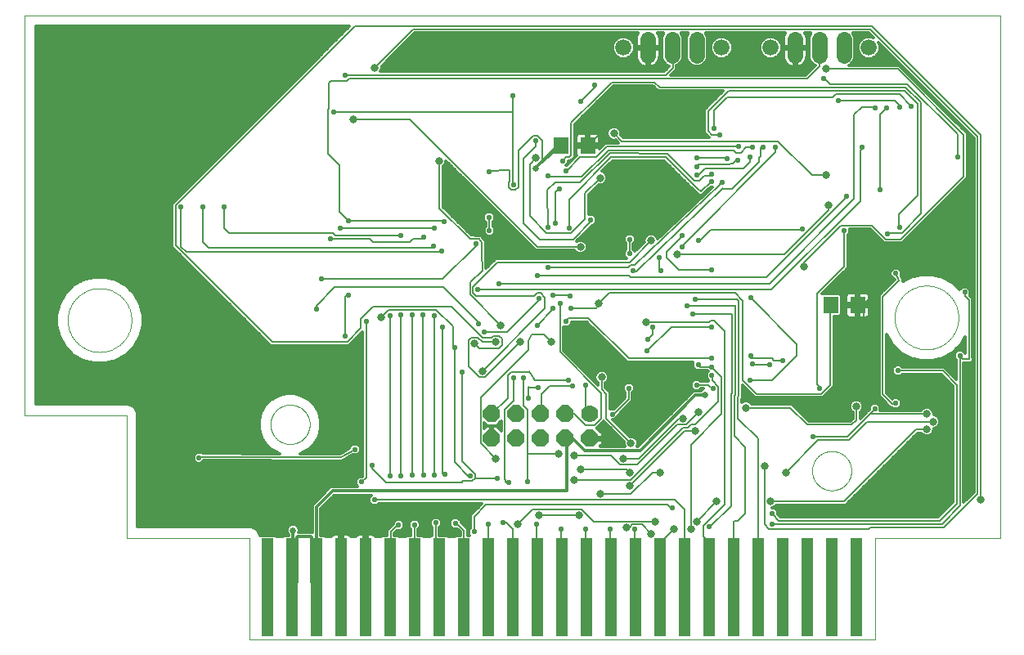
<source format=gbl>
G75*
%MOIN*%
%OFA0B0*%
%FSLAX25Y25*%
%IPPOS*%
%LPD*%
%AMOC8*
5,1,8,0,0,1.08239X$1,22.5*
%
%ADD10R,0.06299X0.07087*%
%ADD11R,0.05000X0.40000*%
%ADD12C,0.00000*%
%ADD13C,0.07000*%
%ADD14OC8,0.07000*%
%ADD15C,0.06496*%
%ADD16C,0.06600*%
%ADD17C,0.02578*%
%ADD18C,0.01200*%
%ADD19C,0.02184*%
%ADD20C,0.00600*%
%ADD21C,0.03169*%
%ADD22C,0.03562*%
%ADD23C,0.00800*%
D10*
X0220728Y0210000D03*
X0231752Y0210000D03*
X0330728Y0145000D03*
X0341752Y0145000D03*
D11*
X0341240Y0030000D03*
X0331240Y0030000D03*
X0321240Y0030000D03*
X0311240Y0030000D03*
X0301240Y0030000D03*
X0291240Y0030000D03*
X0281240Y0030000D03*
X0271240Y0030000D03*
X0261240Y0030000D03*
X0251240Y0030000D03*
X0241240Y0030000D03*
X0231240Y0030000D03*
X0221240Y0030000D03*
X0211240Y0030000D03*
X0201240Y0030000D03*
X0191240Y0030000D03*
X0181240Y0030000D03*
X0171240Y0030000D03*
X0161240Y0030000D03*
X0151240Y0030000D03*
X0141240Y0030000D03*
X0131240Y0030000D03*
X0121240Y0030000D03*
X0111240Y0030000D03*
X0101240Y0030000D03*
D12*
X0093740Y0050000D02*
X0043740Y0050000D01*
X0043740Y0100000D01*
X0002165Y0100000D01*
X0002165Y0263157D01*
X0399803Y0263157D01*
X0399803Y0050000D01*
X0348740Y0050000D01*
X0348740Y0008750D01*
X0093740Y0008750D01*
X0093740Y0050000D01*
X0102453Y0096398D02*
X0102455Y0096594D01*
X0102463Y0096791D01*
X0102475Y0096987D01*
X0102492Y0097182D01*
X0102513Y0097377D01*
X0102540Y0097572D01*
X0102571Y0097766D01*
X0102607Y0097959D01*
X0102647Y0098151D01*
X0102693Y0098342D01*
X0102743Y0098532D01*
X0102797Y0098720D01*
X0102857Y0098907D01*
X0102921Y0099093D01*
X0102989Y0099277D01*
X0103062Y0099459D01*
X0103139Y0099640D01*
X0103221Y0099818D01*
X0103307Y0099995D01*
X0103398Y0100169D01*
X0103492Y0100341D01*
X0103591Y0100511D01*
X0103694Y0100678D01*
X0103801Y0100843D01*
X0103912Y0101004D01*
X0104027Y0101164D01*
X0104146Y0101320D01*
X0104269Y0101473D01*
X0104395Y0101623D01*
X0104525Y0101770D01*
X0104659Y0101914D01*
X0104796Y0102055D01*
X0104937Y0102192D01*
X0105081Y0102326D01*
X0105228Y0102456D01*
X0105378Y0102582D01*
X0105531Y0102705D01*
X0105687Y0102824D01*
X0105847Y0102939D01*
X0106008Y0103050D01*
X0106173Y0103157D01*
X0106340Y0103260D01*
X0106510Y0103359D01*
X0106682Y0103453D01*
X0106856Y0103544D01*
X0107033Y0103630D01*
X0107211Y0103712D01*
X0107392Y0103789D01*
X0107574Y0103862D01*
X0107758Y0103930D01*
X0107944Y0103994D01*
X0108131Y0104054D01*
X0108319Y0104108D01*
X0108509Y0104158D01*
X0108700Y0104204D01*
X0108892Y0104244D01*
X0109085Y0104280D01*
X0109279Y0104311D01*
X0109474Y0104338D01*
X0109669Y0104359D01*
X0109864Y0104376D01*
X0110060Y0104388D01*
X0110257Y0104396D01*
X0110453Y0104398D01*
X0110649Y0104396D01*
X0110846Y0104388D01*
X0111042Y0104376D01*
X0111237Y0104359D01*
X0111432Y0104338D01*
X0111627Y0104311D01*
X0111821Y0104280D01*
X0112014Y0104244D01*
X0112206Y0104204D01*
X0112397Y0104158D01*
X0112587Y0104108D01*
X0112775Y0104054D01*
X0112962Y0103994D01*
X0113148Y0103930D01*
X0113332Y0103862D01*
X0113514Y0103789D01*
X0113695Y0103712D01*
X0113873Y0103630D01*
X0114050Y0103544D01*
X0114224Y0103453D01*
X0114396Y0103359D01*
X0114566Y0103260D01*
X0114733Y0103157D01*
X0114898Y0103050D01*
X0115059Y0102939D01*
X0115219Y0102824D01*
X0115375Y0102705D01*
X0115528Y0102582D01*
X0115678Y0102456D01*
X0115825Y0102326D01*
X0115969Y0102192D01*
X0116110Y0102055D01*
X0116247Y0101914D01*
X0116381Y0101770D01*
X0116511Y0101623D01*
X0116637Y0101473D01*
X0116760Y0101320D01*
X0116879Y0101164D01*
X0116994Y0101004D01*
X0117105Y0100843D01*
X0117212Y0100678D01*
X0117315Y0100511D01*
X0117414Y0100341D01*
X0117508Y0100169D01*
X0117599Y0099995D01*
X0117685Y0099818D01*
X0117767Y0099640D01*
X0117844Y0099459D01*
X0117917Y0099277D01*
X0117985Y0099093D01*
X0118049Y0098907D01*
X0118109Y0098720D01*
X0118163Y0098532D01*
X0118213Y0098342D01*
X0118259Y0098151D01*
X0118299Y0097959D01*
X0118335Y0097766D01*
X0118366Y0097572D01*
X0118393Y0097377D01*
X0118414Y0097182D01*
X0118431Y0096987D01*
X0118443Y0096791D01*
X0118451Y0096594D01*
X0118453Y0096398D01*
X0118451Y0096202D01*
X0118443Y0096005D01*
X0118431Y0095809D01*
X0118414Y0095614D01*
X0118393Y0095419D01*
X0118366Y0095224D01*
X0118335Y0095030D01*
X0118299Y0094837D01*
X0118259Y0094645D01*
X0118213Y0094454D01*
X0118163Y0094264D01*
X0118109Y0094076D01*
X0118049Y0093889D01*
X0117985Y0093703D01*
X0117917Y0093519D01*
X0117844Y0093337D01*
X0117767Y0093156D01*
X0117685Y0092978D01*
X0117599Y0092801D01*
X0117508Y0092627D01*
X0117414Y0092455D01*
X0117315Y0092285D01*
X0117212Y0092118D01*
X0117105Y0091953D01*
X0116994Y0091792D01*
X0116879Y0091632D01*
X0116760Y0091476D01*
X0116637Y0091323D01*
X0116511Y0091173D01*
X0116381Y0091026D01*
X0116247Y0090882D01*
X0116110Y0090741D01*
X0115969Y0090604D01*
X0115825Y0090470D01*
X0115678Y0090340D01*
X0115528Y0090214D01*
X0115375Y0090091D01*
X0115219Y0089972D01*
X0115059Y0089857D01*
X0114898Y0089746D01*
X0114733Y0089639D01*
X0114566Y0089536D01*
X0114396Y0089437D01*
X0114224Y0089343D01*
X0114050Y0089252D01*
X0113873Y0089166D01*
X0113695Y0089084D01*
X0113514Y0089007D01*
X0113332Y0088934D01*
X0113148Y0088866D01*
X0112962Y0088802D01*
X0112775Y0088742D01*
X0112587Y0088688D01*
X0112397Y0088638D01*
X0112206Y0088592D01*
X0112014Y0088552D01*
X0111821Y0088516D01*
X0111627Y0088485D01*
X0111432Y0088458D01*
X0111237Y0088437D01*
X0111042Y0088420D01*
X0110846Y0088408D01*
X0110649Y0088400D01*
X0110453Y0088398D01*
X0110257Y0088400D01*
X0110060Y0088408D01*
X0109864Y0088420D01*
X0109669Y0088437D01*
X0109474Y0088458D01*
X0109279Y0088485D01*
X0109085Y0088516D01*
X0108892Y0088552D01*
X0108700Y0088592D01*
X0108509Y0088638D01*
X0108319Y0088688D01*
X0108131Y0088742D01*
X0107944Y0088802D01*
X0107758Y0088866D01*
X0107574Y0088934D01*
X0107392Y0089007D01*
X0107211Y0089084D01*
X0107033Y0089166D01*
X0106856Y0089252D01*
X0106682Y0089343D01*
X0106510Y0089437D01*
X0106340Y0089536D01*
X0106173Y0089639D01*
X0106008Y0089746D01*
X0105847Y0089857D01*
X0105687Y0089972D01*
X0105531Y0090091D01*
X0105378Y0090214D01*
X0105228Y0090340D01*
X0105081Y0090470D01*
X0104937Y0090604D01*
X0104796Y0090741D01*
X0104659Y0090882D01*
X0104525Y0091026D01*
X0104395Y0091173D01*
X0104269Y0091323D01*
X0104146Y0091476D01*
X0104027Y0091632D01*
X0103912Y0091792D01*
X0103801Y0091953D01*
X0103694Y0092118D01*
X0103591Y0092285D01*
X0103492Y0092455D01*
X0103398Y0092627D01*
X0103307Y0092801D01*
X0103221Y0092978D01*
X0103139Y0093156D01*
X0103062Y0093337D01*
X0102989Y0093519D01*
X0102921Y0093703D01*
X0102857Y0093889D01*
X0102797Y0094076D01*
X0102743Y0094264D01*
X0102693Y0094454D01*
X0102647Y0094645D01*
X0102607Y0094837D01*
X0102571Y0095030D01*
X0102540Y0095224D01*
X0102513Y0095419D01*
X0102492Y0095614D01*
X0102475Y0095809D01*
X0102463Y0096005D01*
X0102455Y0096202D01*
X0102453Y0096398D01*
X0019819Y0138886D02*
X0019823Y0139205D01*
X0019835Y0139524D01*
X0019854Y0139842D01*
X0019882Y0140160D01*
X0019917Y0140477D01*
X0019960Y0140793D01*
X0020010Y0141109D01*
X0020069Y0141422D01*
X0020135Y0141734D01*
X0020209Y0142045D01*
X0020290Y0142353D01*
X0020379Y0142660D01*
X0020475Y0142964D01*
X0020579Y0143266D01*
X0020690Y0143565D01*
X0020809Y0143861D01*
X0020934Y0144154D01*
X0021067Y0144444D01*
X0021207Y0144731D01*
X0021354Y0145014D01*
X0021508Y0145294D01*
X0021669Y0145569D01*
X0021836Y0145841D01*
X0022010Y0146108D01*
X0022190Y0146372D01*
X0022377Y0146630D01*
X0022570Y0146884D01*
X0022770Y0147133D01*
X0022975Y0147377D01*
X0023187Y0147616D01*
X0023404Y0147850D01*
X0023627Y0148078D01*
X0023855Y0148301D01*
X0024089Y0148518D01*
X0024328Y0148730D01*
X0024572Y0148935D01*
X0024821Y0149135D01*
X0025075Y0149328D01*
X0025333Y0149515D01*
X0025597Y0149695D01*
X0025864Y0149869D01*
X0026136Y0150036D01*
X0026411Y0150197D01*
X0026691Y0150351D01*
X0026974Y0150498D01*
X0027261Y0150638D01*
X0027551Y0150771D01*
X0027844Y0150896D01*
X0028140Y0151015D01*
X0028439Y0151126D01*
X0028741Y0151230D01*
X0029045Y0151326D01*
X0029352Y0151415D01*
X0029660Y0151496D01*
X0029971Y0151570D01*
X0030283Y0151636D01*
X0030596Y0151695D01*
X0030912Y0151745D01*
X0031228Y0151788D01*
X0031545Y0151823D01*
X0031863Y0151851D01*
X0032181Y0151870D01*
X0032500Y0151882D01*
X0032819Y0151886D01*
X0033138Y0151882D01*
X0033457Y0151870D01*
X0033775Y0151851D01*
X0034093Y0151823D01*
X0034410Y0151788D01*
X0034726Y0151745D01*
X0035042Y0151695D01*
X0035355Y0151636D01*
X0035667Y0151570D01*
X0035978Y0151496D01*
X0036286Y0151415D01*
X0036593Y0151326D01*
X0036897Y0151230D01*
X0037199Y0151126D01*
X0037498Y0151015D01*
X0037794Y0150896D01*
X0038087Y0150771D01*
X0038377Y0150638D01*
X0038664Y0150498D01*
X0038947Y0150351D01*
X0039227Y0150197D01*
X0039502Y0150036D01*
X0039774Y0149869D01*
X0040041Y0149695D01*
X0040305Y0149515D01*
X0040563Y0149328D01*
X0040817Y0149135D01*
X0041066Y0148935D01*
X0041310Y0148730D01*
X0041549Y0148518D01*
X0041783Y0148301D01*
X0042011Y0148078D01*
X0042234Y0147850D01*
X0042451Y0147616D01*
X0042663Y0147377D01*
X0042868Y0147133D01*
X0043068Y0146884D01*
X0043261Y0146630D01*
X0043448Y0146372D01*
X0043628Y0146108D01*
X0043802Y0145841D01*
X0043969Y0145569D01*
X0044130Y0145294D01*
X0044284Y0145014D01*
X0044431Y0144731D01*
X0044571Y0144444D01*
X0044704Y0144154D01*
X0044829Y0143861D01*
X0044948Y0143565D01*
X0045059Y0143266D01*
X0045163Y0142964D01*
X0045259Y0142660D01*
X0045348Y0142353D01*
X0045429Y0142045D01*
X0045503Y0141734D01*
X0045569Y0141422D01*
X0045628Y0141109D01*
X0045678Y0140793D01*
X0045721Y0140477D01*
X0045756Y0140160D01*
X0045784Y0139842D01*
X0045803Y0139524D01*
X0045815Y0139205D01*
X0045819Y0138886D01*
X0045815Y0138567D01*
X0045803Y0138248D01*
X0045784Y0137930D01*
X0045756Y0137612D01*
X0045721Y0137295D01*
X0045678Y0136979D01*
X0045628Y0136663D01*
X0045569Y0136350D01*
X0045503Y0136038D01*
X0045429Y0135727D01*
X0045348Y0135419D01*
X0045259Y0135112D01*
X0045163Y0134808D01*
X0045059Y0134506D01*
X0044948Y0134207D01*
X0044829Y0133911D01*
X0044704Y0133618D01*
X0044571Y0133328D01*
X0044431Y0133041D01*
X0044284Y0132758D01*
X0044130Y0132478D01*
X0043969Y0132203D01*
X0043802Y0131931D01*
X0043628Y0131664D01*
X0043448Y0131400D01*
X0043261Y0131142D01*
X0043068Y0130888D01*
X0042868Y0130639D01*
X0042663Y0130395D01*
X0042451Y0130156D01*
X0042234Y0129922D01*
X0042011Y0129694D01*
X0041783Y0129471D01*
X0041549Y0129254D01*
X0041310Y0129042D01*
X0041066Y0128837D01*
X0040817Y0128637D01*
X0040563Y0128444D01*
X0040305Y0128257D01*
X0040041Y0128077D01*
X0039774Y0127903D01*
X0039502Y0127736D01*
X0039227Y0127575D01*
X0038947Y0127421D01*
X0038664Y0127274D01*
X0038377Y0127134D01*
X0038087Y0127001D01*
X0037794Y0126876D01*
X0037498Y0126757D01*
X0037199Y0126646D01*
X0036897Y0126542D01*
X0036593Y0126446D01*
X0036286Y0126357D01*
X0035978Y0126276D01*
X0035667Y0126202D01*
X0035355Y0126136D01*
X0035042Y0126077D01*
X0034726Y0126027D01*
X0034410Y0125984D01*
X0034093Y0125949D01*
X0033775Y0125921D01*
X0033457Y0125902D01*
X0033138Y0125890D01*
X0032819Y0125886D01*
X0032500Y0125890D01*
X0032181Y0125902D01*
X0031863Y0125921D01*
X0031545Y0125949D01*
X0031228Y0125984D01*
X0030912Y0126027D01*
X0030596Y0126077D01*
X0030283Y0126136D01*
X0029971Y0126202D01*
X0029660Y0126276D01*
X0029352Y0126357D01*
X0029045Y0126446D01*
X0028741Y0126542D01*
X0028439Y0126646D01*
X0028140Y0126757D01*
X0027844Y0126876D01*
X0027551Y0127001D01*
X0027261Y0127134D01*
X0026974Y0127274D01*
X0026691Y0127421D01*
X0026411Y0127575D01*
X0026136Y0127736D01*
X0025864Y0127903D01*
X0025597Y0128077D01*
X0025333Y0128257D01*
X0025075Y0128444D01*
X0024821Y0128637D01*
X0024572Y0128837D01*
X0024328Y0129042D01*
X0024089Y0129254D01*
X0023855Y0129471D01*
X0023627Y0129694D01*
X0023404Y0129922D01*
X0023187Y0130156D01*
X0022975Y0130395D01*
X0022770Y0130639D01*
X0022570Y0130888D01*
X0022377Y0131142D01*
X0022190Y0131400D01*
X0022010Y0131664D01*
X0021836Y0131931D01*
X0021669Y0132203D01*
X0021508Y0132478D01*
X0021354Y0132758D01*
X0021207Y0133041D01*
X0021067Y0133328D01*
X0020934Y0133618D01*
X0020809Y0133911D01*
X0020690Y0134207D01*
X0020579Y0134506D01*
X0020475Y0134808D01*
X0020379Y0135112D01*
X0020290Y0135419D01*
X0020209Y0135727D01*
X0020135Y0136038D01*
X0020069Y0136350D01*
X0020010Y0136663D01*
X0019960Y0136979D01*
X0019917Y0137295D01*
X0019882Y0137612D01*
X0019854Y0137930D01*
X0019835Y0138248D01*
X0019823Y0138567D01*
X0019819Y0138886D01*
X0323197Y0077500D02*
X0323199Y0077696D01*
X0323207Y0077893D01*
X0323219Y0078089D01*
X0323236Y0078284D01*
X0323257Y0078479D01*
X0323284Y0078674D01*
X0323315Y0078868D01*
X0323351Y0079061D01*
X0323391Y0079253D01*
X0323437Y0079444D01*
X0323487Y0079634D01*
X0323541Y0079822D01*
X0323601Y0080009D01*
X0323665Y0080195D01*
X0323733Y0080379D01*
X0323806Y0080561D01*
X0323883Y0080742D01*
X0323965Y0080920D01*
X0324051Y0081097D01*
X0324142Y0081271D01*
X0324236Y0081443D01*
X0324335Y0081613D01*
X0324438Y0081780D01*
X0324545Y0081945D01*
X0324656Y0082106D01*
X0324771Y0082266D01*
X0324890Y0082422D01*
X0325013Y0082575D01*
X0325139Y0082725D01*
X0325269Y0082872D01*
X0325403Y0083016D01*
X0325540Y0083157D01*
X0325681Y0083294D01*
X0325825Y0083428D01*
X0325972Y0083558D01*
X0326122Y0083684D01*
X0326275Y0083807D01*
X0326431Y0083926D01*
X0326591Y0084041D01*
X0326752Y0084152D01*
X0326917Y0084259D01*
X0327084Y0084362D01*
X0327254Y0084461D01*
X0327426Y0084555D01*
X0327600Y0084646D01*
X0327777Y0084732D01*
X0327955Y0084814D01*
X0328136Y0084891D01*
X0328318Y0084964D01*
X0328502Y0085032D01*
X0328688Y0085096D01*
X0328875Y0085156D01*
X0329063Y0085210D01*
X0329253Y0085260D01*
X0329444Y0085306D01*
X0329636Y0085346D01*
X0329829Y0085382D01*
X0330023Y0085413D01*
X0330218Y0085440D01*
X0330413Y0085461D01*
X0330608Y0085478D01*
X0330804Y0085490D01*
X0331001Y0085498D01*
X0331197Y0085500D01*
X0331393Y0085498D01*
X0331590Y0085490D01*
X0331786Y0085478D01*
X0331981Y0085461D01*
X0332176Y0085440D01*
X0332371Y0085413D01*
X0332565Y0085382D01*
X0332758Y0085346D01*
X0332950Y0085306D01*
X0333141Y0085260D01*
X0333331Y0085210D01*
X0333519Y0085156D01*
X0333706Y0085096D01*
X0333892Y0085032D01*
X0334076Y0084964D01*
X0334258Y0084891D01*
X0334439Y0084814D01*
X0334617Y0084732D01*
X0334794Y0084646D01*
X0334968Y0084555D01*
X0335140Y0084461D01*
X0335310Y0084362D01*
X0335477Y0084259D01*
X0335642Y0084152D01*
X0335803Y0084041D01*
X0335963Y0083926D01*
X0336119Y0083807D01*
X0336272Y0083684D01*
X0336422Y0083558D01*
X0336569Y0083428D01*
X0336713Y0083294D01*
X0336854Y0083157D01*
X0336991Y0083016D01*
X0337125Y0082872D01*
X0337255Y0082725D01*
X0337381Y0082575D01*
X0337504Y0082422D01*
X0337623Y0082266D01*
X0337738Y0082106D01*
X0337849Y0081945D01*
X0337956Y0081780D01*
X0338059Y0081613D01*
X0338158Y0081443D01*
X0338252Y0081271D01*
X0338343Y0081097D01*
X0338429Y0080920D01*
X0338511Y0080742D01*
X0338588Y0080561D01*
X0338661Y0080379D01*
X0338729Y0080195D01*
X0338793Y0080009D01*
X0338853Y0079822D01*
X0338907Y0079634D01*
X0338957Y0079444D01*
X0339003Y0079253D01*
X0339043Y0079061D01*
X0339079Y0078868D01*
X0339110Y0078674D01*
X0339137Y0078479D01*
X0339158Y0078284D01*
X0339175Y0078089D01*
X0339187Y0077893D01*
X0339195Y0077696D01*
X0339197Y0077500D01*
X0339195Y0077304D01*
X0339187Y0077107D01*
X0339175Y0076911D01*
X0339158Y0076716D01*
X0339137Y0076521D01*
X0339110Y0076326D01*
X0339079Y0076132D01*
X0339043Y0075939D01*
X0339003Y0075747D01*
X0338957Y0075556D01*
X0338907Y0075366D01*
X0338853Y0075178D01*
X0338793Y0074991D01*
X0338729Y0074805D01*
X0338661Y0074621D01*
X0338588Y0074439D01*
X0338511Y0074258D01*
X0338429Y0074080D01*
X0338343Y0073903D01*
X0338252Y0073729D01*
X0338158Y0073557D01*
X0338059Y0073387D01*
X0337956Y0073220D01*
X0337849Y0073055D01*
X0337738Y0072894D01*
X0337623Y0072734D01*
X0337504Y0072578D01*
X0337381Y0072425D01*
X0337255Y0072275D01*
X0337125Y0072128D01*
X0336991Y0071984D01*
X0336854Y0071843D01*
X0336713Y0071706D01*
X0336569Y0071572D01*
X0336422Y0071442D01*
X0336272Y0071316D01*
X0336119Y0071193D01*
X0335963Y0071074D01*
X0335803Y0070959D01*
X0335642Y0070848D01*
X0335477Y0070741D01*
X0335310Y0070638D01*
X0335140Y0070539D01*
X0334968Y0070445D01*
X0334794Y0070354D01*
X0334617Y0070268D01*
X0334439Y0070186D01*
X0334258Y0070109D01*
X0334076Y0070036D01*
X0333892Y0069968D01*
X0333706Y0069904D01*
X0333519Y0069844D01*
X0333331Y0069790D01*
X0333141Y0069740D01*
X0332950Y0069694D01*
X0332758Y0069654D01*
X0332565Y0069618D01*
X0332371Y0069587D01*
X0332176Y0069560D01*
X0331981Y0069539D01*
X0331786Y0069522D01*
X0331590Y0069510D01*
X0331393Y0069502D01*
X0331197Y0069500D01*
X0331001Y0069502D01*
X0330804Y0069510D01*
X0330608Y0069522D01*
X0330413Y0069539D01*
X0330218Y0069560D01*
X0330023Y0069587D01*
X0329829Y0069618D01*
X0329636Y0069654D01*
X0329444Y0069694D01*
X0329253Y0069740D01*
X0329063Y0069790D01*
X0328875Y0069844D01*
X0328688Y0069904D01*
X0328502Y0069968D01*
X0328318Y0070036D01*
X0328136Y0070109D01*
X0327955Y0070186D01*
X0327777Y0070268D01*
X0327600Y0070354D01*
X0327426Y0070445D01*
X0327254Y0070539D01*
X0327084Y0070638D01*
X0326917Y0070741D01*
X0326752Y0070848D01*
X0326591Y0070959D01*
X0326431Y0071074D01*
X0326275Y0071193D01*
X0326122Y0071316D01*
X0325972Y0071442D01*
X0325825Y0071572D01*
X0325681Y0071706D01*
X0325540Y0071843D01*
X0325403Y0071984D01*
X0325269Y0072128D01*
X0325139Y0072275D01*
X0325013Y0072425D01*
X0324890Y0072578D01*
X0324771Y0072734D01*
X0324656Y0072894D01*
X0324545Y0073055D01*
X0324438Y0073220D01*
X0324335Y0073387D01*
X0324236Y0073557D01*
X0324142Y0073729D01*
X0324051Y0073903D01*
X0323965Y0074080D01*
X0323883Y0074258D01*
X0323806Y0074439D01*
X0323733Y0074621D01*
X0323665Y0074805D01*
X0323601Y0074991D01*
X0323541Y0075178D01*
X0323487Y0075366D01*
X0323437Y0075556D01*
X0323391Y0075747D01*
X0323351Y0075939D01*
X0323315Y0076132D01*
X0323284Y0076326D01*
X0323257Y0076521D01*
X0323236Y0076716D01*
X0323219Y0076911D01*
X0323207Y0077107D01*
X0323199Y0077304D01*
X0323197Y0077500D01*
X0356854Y0139949D02*
X0356858Y0140268D01*
X0356870Y0140587D01*
X0356889Y0140905D01*
X0356917Y0141223D01*
X0356952Y0141540D01*
X0356995Y0141856D01*
X0357045Y0142172D01*
X0357104Y0142485D01*
X0357170Y0142797D01*
X0357244Y0143108D01*
X0357325Y0143416D01*
X0357414Y0143723D01*
X0357510Y0144027D01*
X0357614Y0144329D01*
X0357725Y0144628D01*
X0357844Y0144924D01*
X0357969Y0145217D01*
X0358102Y0145507D01*
X0358242Y0145794D01*
X0358389Y0146077D01*
X0358543Y0146357D01*
X0358704Y0146632D01*
X0358871Y0146904D01*
X0359045Y0147171D01*
X0359225Y0147435D01*
X0359412Y0147693D01*
X0359605Y0147947D01*
X0359805Y0148196D01*
X0360010Y0148440D01*
X0360222Y0148679D01*
X0360439Y0148913D01*
X0360662Y0149141D01*
X0360890Y0149364D01*
X0361124Y0149581D01*
X0361363Y0149793D01*
X0361607Y0149998D01*
X0361856Y0150198D01*
X0362110Y0150391D01*
X0362368Y0150578D01*
X0362632Y0150758D01*
X0362899Y0150932D01*
X0363171Y0151099D01*
X0363446Y0151260D01*
X0363726Y0151414D01*
X0364009Y0151561D01*
X0364296Y0151701D01*
X0364586Y0151834D01*
X0364879Y0151959D01*
X0365175Y0152078D01*
X0365474Y0152189D01*
X0365776Y0152293D01*
X0366080Y0152389D01*
X0366387Y0152478D01*
X0366695Y0152559D01*
X0367006Y0152633D01*
X0367318Y0152699D01*
X0367631Y0152758D01*
X0367947Y0152808D01*
X0368263Y0152851D01*
X0368580Y0152886D01*
X0368898Y0152914D01*
X0369216Y0152933D01*
X0369535Y0152945D01*
X0369854Y0152949D01*
X0370173Y0152945D01*
X0370492Y0152933D01*
X0370810Y0152914D01*
X0371128Y0152886D01*
X0371445Y0152851D01*
X0371761Y0152808D01*
X0372077Y0152758D01*
X0372390Y0152699D01*
X0372702Y0152633D01*
X0373013Y0152559D01*
X0373321Y0152478D01*
X0373628Y0152389D01*
X0373932Y0152293D01*
X0374234Y0152189D01*
X0374533Y0152078D01*
X0374829Y0151959D01*
X0375122Y0151834D01*
X0375412Y0151701D01*
X0375699Y0151561D01*
X0375982Y0151414D01*
X0376262Y0151260D01*
X0376537Y0151099D01*
X0376809Y0150932D01*
X0377076Y0150758D01*
X0377340Y0150578D01*
X0377598Y0150391D01*
X0377852Y0150198D01*
X0378101Y0149998D01*
X0378345Y0149793D01*
X0378584Y0149581D01*
X0378818Y0149364D01*
X0379046Y0149141D01*
X0379269Y0148913D01*
X0379486Y0148679D01*
X0379698Y0148440D01*
X0379903Y0148196D01*
X0380103Y0147947D01*
X0380296Y0147693D01*
X0380483Y0147435D01*
X0380663Y0147171D01*
X0380837Y0146904D01*
X0381004Y0146632D01*
X0381165Y0146357D01*
X0381319Y0146077D01*
X0381466Y0145794D01*
X0381606Y0145507D01*
X0381739Y0145217D01*
X0381864Y0144924D01*
X0381983Y0144628D01*
X0382094Y0144329D01*
X0382198Y0144027D01*
X0382294Y0143723D01*
X0382383Y0143416D01*
X0382464Y0143108D01*
X0382538Y0142797D01*
X0382604Y0142485D01*
X0382663Y0142172D01*
X0382713Y0141856D01*
X0382756Y0141540D01*
X0382791Y0141223D01*
X0382819Y0140905D01*
X0382838Y0140587D01*
X0382850Y0140268D01*
X0382854Y0139949D01*
X0382850Y0139630D01*
X0382838Y0139311D01*
X0382819Y0138993D01*
X0382791Y0138675D01*
X0382756Y0138358D01*
X0382713Y0138042D01*
X0382663Y0137726D01*
X0382604Y0137413D01*
X0382538Y0137101D01*
X0382464Y0136790D01*
X0382383Y0136482D01*
X0382294Y0136175D01*
X0382198Y0135871D01*
X0382094Y0135569D01*
X0381983Y0135270D01*
X0381864Y0134974D01*
X0381739Y0134681D01*
X0381606Y0134391D01*
X0381466Y0134104D01*
X0381319Y0133821D01*
X0381165Y0133541D01*
X0381004Y0133266D01*
X0380837Y0132994D01*
X0380663Y0132727D01*
X0380483Y0132463D01*
X0380296Y0132205D01*
X0380103Y0131951D01*
X0379903Y0131702D01*
X0379698Y0131458D01*
X0379486Y0131219D01*
X0379269Y0130985D01*
X0379046Y0130757D01*
X0378818Y0130534D01*
X0378584Y0130317D01*
X0378345Y0130105D01*
X0378101Y0129900D01*
X0377852Y0129700D01*
X0377598Y0129507D01*
X0377340Y0129320D01*
X0377076Y0129140D01*
X0376809Y0128966D01*
X0376537Y0128799D01*
X0376262Y0128638D01*
X0375982Y0128484D01*
X0375699Y0128337D01*
X0375412Y0128197D01*
X0375122Y0128064D01*
X0374829Y0127939D01*
X0374533Y0127820D01*
X0374234Y0127709D01*
X0373932Y0127605D01*
X0373628Y0127509D01*
X0373321Y0127420D01*
X0373013Y0127339D01*
X0372702Y0127265D01*
X0372390Y0127199D01*
X0372077Y0127140D01*
X0371761Y0127090D01*
X0371445Y0127047D01*
X0371128Y0127012D01*
X0370810Y0126984D01*
X0370492Y0126965D01*
X0370173Y0126953D01*
X0369854Y0126949D01*
X0369535Y0126953D01*
X0369216Y0126965D01*
X0368898Y0126984D01*
X0368580Y0127012D01*
X0368263Y0127047D01*
X0367947Y0127090D01*
X0367631Y0127140D01*
X0367318Y0127199D01*
X0367006Y0127265D01*
X0366695Y0127339D01*
X0366387Y0127420D01*
X0366080Y0127509D01*
X0365776Y0127605D01*
X0365474Y0127709D01*
X0365175Y0127820D01*
X0364879Y0127939D01*
X0364586Y0128064D01*
X0364296Y0128197D01*
X0364009Y0128337D01*
X0363726Y0128484D01*
X0363446Y0128638D01*
X0363171Y0128799D01*
X0362899Y0128966D01*
X0362632Y0129140D01*
X0362368Y0129320D01*
X0362110Y0129507D01*
X0361856Y0129700D01*
X0361607Y0129900D01*
X0361363Y0130105D01*
X0361124Y0130317D01*
X0360890Y0130534D01*
X0360662Y0130757D01*
X0360439Y0130985D01*
X0360222Y0131219D01*
X0360010Y0131458D01*
X0359805Y0131702D01*
X0359605Y0131951D01*
X0359412Y0132205D01*
X0359225Y0132463D01*
X0359045Y0132727D01*
X0358871Y0132994D01*
X0358704Y0133266D01*
X0358543Y0133541D01*
X0358389Y0133821D01*
X0358242Y0134104D01*
X0358102Y0134391D01*
X0357969Y0134681D01*
X0357844Y0134974D01*
X0357725Y0135270D01*
X0357614Y0135569D01*
X0357510Y0135871D01*
X0357414Y0136175D01*
X0357325Y0136482D01*
X0357244Y0136790D01*
X0357170Y0137101D01*
X0357104Y0137413D01*
X0357045Y0137726D01*
X0356995Y0138042D01*
X0356952Y0138358D01*
X0356917Y0138675D01*
X0356889Y0138993D01*
X0356870Y0139311D01*
X0356858Y0139630D01*
X0356854Y0139949D01*
D13*
X0232645Y0100572D03*
D14*
X0222645Y0100572D03*
X0212645Y0100572D03*
X0202645Y0100572D03*
X0192645Y0100572D03*
X0192645Y0090572D03*
X0202645Y0090572D03*
X0212645Y0090572D03*
X0222645Y0090572D03*
X0232645Y0090572D03*
D15*
X0256240Y0246752D02*
X0256240Y0253248D01*
X0266240Y0253248D02*
X0266240Y0246752D01*
X0276240Y0246752D02*
X0276240Y0253248D01*
X0316240Y0253248D02*
X0316240Y0246752D01*
X0326240Y0246752D02*
X0326240Y0253248D01*
X0336240Y0253248D02*
X0336240Y0246752D01*
D16*
X0346240Y0250000D03*
X0306240Y0250000D03*
X0286240Y0250000D03*
X0246240Y0250000D03*
D17*
X0244505Y0220351D03*
X0210505Y0200729D03*
X0279679Y0108504D03*
X0111601Y0053145D03*
X0056496Y0173372D03*
X0037056Y0172583D03*
D18*
X0035136Y0156486D02*
X0030502Y0156486D01*
X0026026Y0155286D01*
X0022012Y0152969D01*
X0018735Y0149692D01*
X0016418Y0145679D01*
X0015219Y0141203D01*
X0015219Y0136569D01*
X0016418Y0132092D01*
X0018735Y0128079D01*
X0022012Y0124802D01*
X0026026Y0122485D01*
X0030502Y0121286D01*
X0035136Y0121286D01*
X0039612Y0122485D01*
X0043626Y0124802D01*
X0046902Y0128079D01*
X0049220Y0132092D01*
X0050419Y0136569D01*
X0050419Y0141203D01*
X0049220Y0145679D01*
X0046902Y0149692D01*
X0043626Y0152969D01*
X0039612Y0155286D01*
X0035136Y0156486D01*
X0036903Y0156012D02*
X0074981Y0156012D01*
X0073783Y0157211D02*
X0006765Y0157211D01*
X0006765Y0158409D02*
X0072584Y0158409D01*
X0071386Y0159608D02*
X0006765Y0159608D01*
X0006765Y0160806D02*
X0070187Y0160806D01*
X0068989Y0162005D02*
X0006765Y0162005D01*
X0006765Y0163203D02*
X0067790Y0163203D01*
X0066592Y0164402D02*
X0006765Y0164402D01*
X0006765Y0165601D02*
X0065393Y0165601D01*
X0064195Y0166799D02*
X0006765Y0166799D01*
X0006765Y0167998D02*
X0062996Y0167998D01*
X0062240Y0168754D02*
X0101615Y0129379D01*
X0102494Y0128500D01*
X0134362Y0128500D01*
X0139896Y0134035D01*
X0139896Y0075363D01*
X0139736Y0075203D01*
X0138449Y0075203D01*
X0137107Y0073860D01*
X0137107Y0071962D01*
X0137961Y0071107D01*
X0126998Y0071107D01*
X0125944Y0070053D01*
X0119440Y0063549D01*
X0119440Y0052400D01*
X0113986Y0052400D01*
X0114090Y0052650D01*
X0114090Y0053640D01*
X0113711Y0054555D01*
X0113010Y0055255D01*
X0112096Y0055634D01*
X0111105Y0055634D01*
X0110191Y0055255D01*
X0109491Y0054555D01*
X0109112Y0053640D01*
X0109112Y0052650D01*
X0109491Y0051735D01*
X0109801Y0051425D01*
X0109801Y0051200D01*
X0108243Y0051200D01*
X0107643Y0050600D01*
X0104837Y0050600D01*
X0104237Y0051200D01*
X0098243Y0051200D01*
X0098228Y0051185D01*
X0097640Y0052606D01*
X0096346Y0053900D01*
X0094655Y0054600D01*
X0048340Y0054600D01*
X0048340Y0100915D01*
X0047640Y0102606D01*
X0046346Y0103900D01*
X0044655Y0104600D01*
X0006765Y0104600D01*
X0006765Y0258557D01*
X0134551Y0258557D01*
X0063119Y0187125D01*
X0062240Y0186246D01*
X0062240Y0168754D01*
X0062240Y0169196D02*
X0006765Y0169196D01*
X0006765Y0170395D02*
X0062240Y0170395D01*
X0062240Y0171593D02*
X0006765Y0171593D01*
X0006765Y0172792D02*
X0062240Y0172792D01*
X0062240Y0173990D02*
X0006765Y0173990D01*
X0006765Y0175189D02*
X0062240Y0175189D01*
X0062240Y0176387D02*
X0006765Y0176387D01*
X0006765Y0177586D02*
X0062240Y0177586D01*
X0062240Y0178784D02*
X0006765Y0178784D01*
X0006765Y0179983D02*
X0062240Y0179983D01*
X0062240Y0181181D02*
X0006765Y0181181D01*
X0006765Y0182380D02*
X0062240Y0182380D01*
X0062240Y0183578D02*
X0006765Y0183578D01*
X0006765Y0184777D02*
X0062240Y0184777D01*
X0062240Y0185975D02*
X0006765Y0185975D01*
X0006765Y0187174D02*
X0063168Y0187174D01*
X0064366Y0188372D02*
X0006765Y0188372D01*
X0006765Y0189571D02*
X0065565Y0189571D01*
X0066763Y0190769D02*
X0006765Y0190769D01*
X0006765Y0191968D02*
X0067962Y0191968D01*
X0069160Y0193166D02*
X0006765Y0193166D01*
X0006765Y0194365D02*
X0070359Y0194365D01*
X0071557Y0195563D02*
X0006765Y0195563D01*
X0006765Y0196762D02*
X0072756Y0196762D01*
X0073954Y0197960D02*
X0006765Y0197960D01*
X0006765Y0199159D02*
X0075153Y0199159D01*
X0076351Y0200357D02*
X0006765Y0200357D01*
X0006765Y0201556D02*
X0077550Y0201556D01*
X0078748Y0202754D02*
X0006765Y0202754D01*
X0006765Y0203953D02*
X0079947Y0203953D01*
X0081145Y0205151D02*
X0006765Y0205151D01*
X0006765Y0206350D02*
X0082344Y0206350D01*
X0083542Y0207548D02*
X0006765Y0207548D01*
X0006765Y0208747D02*
X0084741Y0208747D01*
X0085939Y0209945D02*
X0006765Y0209945D01*
X0006765Y0211144D02*
X0087138Y0211144D01*
X0088336Y0212342D02*
X0006765Y0212342D01*
X0006765Y0213541D02*
X0089535Y0213541D01*
X0090733Y0214739D02*
X0006765Y0214739D01*
X0006765Y0215938D02*
X0091932Y0215938D01*
X0093130Y0217137D02*
X0006765Y0217137D01*
X0006765Y0218335D02*
X0094329Y0218335D01*
X0095527Y0219534D02*
X0006765Y0219534D01*
X0006765Y0220732D02*
X0096726Y0220732D01*
X0097924Y0221931D02*
X0006765Y0221931D01*
X0006765Y0223129D02*
X0099123Y0223129D01*
X0100322Y0224328D02*
X0006765Y0224328D01*
X0006765Y0225526D02*
X0101520Y0225526D01*
X0102719Y0226725D02*
X0006765Y0226725D01*
X0006765Y0227923D02*
X0103917Y0227923D01*
X0105116Y0229122D02*
X0006765Y0229122D01*
X0006765Y0230320D02*
X0106314Y0230320D01*
X0107513Y0231519D02*
X0006765Y0231519D01*
X0006765Y0232717D02*
X0108711Y0232717D01*
X0109910Y0233916D02*
X0006765Y0233916D01*
X0006765Y0235114D02*
X0111108Y0235114D01*
X0112307Y0236313D02*
X0006765Y0236313D01*
X0006765Y0237511D02*
X0113505Y0237511D01*
X0114704Y0238710D02*
X0006765Y0238710D01*
X0006765Y0239908D02*
X0115902Y0239908D01*
X0117101Y0241107D02*
X0006765Y0241107D01*
X0006765Y0242305D02*
X0118299Y0242305D01*
X0119498Y0243504D02*
X0006765Y0243504D01*
X0006765Y0244702D02*
X0120696Y0244702D01*
X0121895Y0245901D02*
X0006765Y0245901D01*
X0006765Y0247099D02*
X0123093Y0247099D01*
X0124292Y0248298D02*
X0006765Y0248298D01*
X0006765Y0249496D02*
X0125490Y0249496D01*
X0126689Y0250695D02*
X0006765Y0250695D01*
X0006765Y0251893D02*
X0127887Y0251893D01*
X0129086Y0253092D02*
X0006765Y0253092D01*
X0006765Y0254290D02*
X0130284Y0254290D01*
X0131483Y0255489D02*
X0006765Y0255489D01*
X0006765Y0256687D02*
X0132681Y0256687D01*
X0133880Y0257886D02*
X0006765Y0257886D01*
X0147365Y0240333D02*
X0147774Y0241321D01*
X0147774Y0242429D01*
X0147743Y0242506D01*
X0161237Y0256000D01*
X0252247Y0256000D01*
X0252094Y0255789D01*
X0251747Y0255109D01*
X0251512Y0254383D01*
X0251392Y0253630D01*
X0251392Y0250483D01*
X0255757Y0250483D01*
X0255757Y0249517D01*
X0251392Y0249517D01*
X0251392Y0246370D01*
X0251512Y0245617D01*
X0251747Y0244891D01*
X0252094Y0244211D01*
X0252542Y0243594D01*
X0253082Y0243054D01*
X0253699Y0242606D01*
X0254379Y0242259D01*
X0255105Y0242023D01*
X0255758Y0241920D01*
X0255758Y0249517D01*
X0256723Y0249517D01*
X0256723Y0241920D01*
X0257375Y0242023D01*
X0258101Y0242259D01*
X0258781Y0242606D01*
X0259399Y0243054D01*
X0259938Y0243594D01*
X0260387Y0244211D01*
X0260733Y0244891D01*
X0260969Y0245617D01*
X0261088Y0246370D01*
X0261088Y0249517D01*
X0256723Y0249517D01*
X0256723Y0250483D01*
X0261088Y0250483D01*
X0261088Y0253630D01*
X0260969Y0254383D01*
X0260733Y0255109D01*
X0260387Y0255789D01*
X0260233Y0256000D01*
X0262702Y0256000D01*
X0262469Y0255768D01*
X0261792Y0254133D01*
X0261792Y0245867D01*
X0262469Y0244232D01*
X0263721Y0242981D01*
X0264948Y0242473D01*
X0264948Y0242322D01*
X0262959Y0240333D01*
X0147365Y0240333D01*
X0147686Y0241107D02*
X0263733Y0241107D01*
X0264932Y0242305D02*
X0258192Y0242305D01*
X0256723Y0242305D02*
X0255758Y0242305D01*
X0255758Y0243504D02*
X0256723Y0243504D01*
X0256723Y0244702D02*
X0255758Y0244702D01*
X0255758Y0245901D02*
X0256723Y0245901D01*
X0256723Y0247099D02*
X0255758Y0247099D01*
X0255758Y0248298D02*
X0256723Y0248298D01*
X0256723Y0249496D02*
X0255758Y0249496D01*
X0251392Y0249496D02*
X0250740Y0249496D01*
X0250740Y0249105D02*
X0250055Y0247451D01*
X0248789Y0246185D01*
X0247135Y0245500D01*
X0245345Y0245500D01*
X0243691Y0246185D01*
X0242425Y0247451D01*
X0241740Y0249105D01*
X0241740Y0250895D01*
X0242425Y0252549D01*
X0243691Y0253815D01*
X0245345Y0254500D01*
X0247135Y0254500D01*
X0248789Y0253815D01*
X0250055Y0252549D01*
X0250740Y0250895D01*
X0250740Y0249105D01*
X0250406Y0248298D02*
X0251392Y0248298D01*
X0251392Y0247099D02*
X0249703Y0247099D01*
X0248103Y0245901D02*
X0251467Y0245901D01*
X0251844Y0244702D02*
X0149939Y0244702D01*
X0148740Y0243504D02*
X0252632Y0243504D01*
X0254289Y0242305D02*
X0147774Y0242305D01*
X0151137Y0245901D02*
X0244378Y0245901D01*
X0242777Y0247099D02*
X0152336Y0247099D01*
X0153534Y0248298D02*
X0242075Y0248298D01*
X0241740Y0249496D02*
X0154733Y0249496D01*
X0155931Y0250695D02*
X0241740Y0250695D01*
X0242154Y0251893D02*
X0157130Y0251893D01*
X0158328Y0253092D02*
X0242968Y0253092D01*
X0244839Y0254290D02*
X0159527Y0254290D01*
X0160725Y0255489D02*
X0251941Y0255489D01*
X0251497Y0254290D02*
X0247641Y0254290D01*
X0249512Y0253092D02*
X0251392Y0253092D01*
X0251392Y0251893D02*
X0250327Y0251893D01*
X0250740Y0250695D02*
X0251392Y0250695D01*
X0261088Y0250695D02*
X0261792Y0250695D01*
X0261792Y0251893D02*
X0261088Y0251893D01*
X0261088Y0253092D02*
X0261792Y0253092D01*
X0261857Y0254290D02*
X0260984Y0254290D01*
X0260540Y0255489D02*
X0262354Y0255489D01*
X0269779Y0256000D02*
X0272702Y0256000D01*
X0272469Y0255768D01*
X0271792Y0254133D01*
X0271792Y0245867D01*
X0272469Y0244232D01*
X0273721Y0242981D01*
X0275355Y0242304D01*
X0277125Y0242304D01*
X0278760Y0242981D01*
X0280011Y0244232D01*
X0280688Y0245867D01*
X0280688Y0254133D01*
X0280011Y0255768D01*
X0279779Y0256000D01*
X0312247Y0256000D01*
X0312094Y0255789D01*
X0311747Y0255109D01*
X0311512Y0254383D01*
X0311392Y0253630D01*
X0311392Y0250483D01*
X0315757Y0250483D01*
X0315757Y0249517D01*
X0311392Y0249517D01*
X0311392Y0246370D01*
X0311512Y0245617D01*
X0311747Y0244891D01*
X0312094Y0244211D01*
X0312542Y0243594D01*
X0313082Y0243054D01*
X0313699Y0242606D01*
X0314379Y0242259D01*
X0315105Y0242023D01*
X0315758Y0241920D01*
X0315758Y0249517D01*
X0316723Y0249517D01*
X0316723Y0241920D01*
X0317375Y0242023D01*
X0318101Y0242259D01*
X0318781Y0242606D01*
X0319399Y0243054D01*
X0319938Y0243594D01*
X0320387Y0244211D01*
X0320733Y0244891D01*
X0320969Y0245617D01*
X0321088Y0246370D01*
X0321088Y0249517D01*
X0316723Y0249517D01*
X0316723Y0250483D01*
X0321088Y0250483D01*
X0321088Y0253630D01*
X0320969Y0254383D01*
X0320733Y0255109D01*
X0320387Y0255789D01*
X0320233Y0256000D01*
X0322702Y0256000D01*
X0322469Y0255768D01*
X0321792Y0254133D01*
X0321792Y0245867D01*
X0322469Y0244232D01*
X0323721Y0242981D01*
X0324436Y0242685D01*
X0320527Y0238776D01*
X0265645Y0238776D01*
X0267070Y0240201D01*
X0267948Y0241079D01*
X0267948Y0242645D01*
X0268760Y0242981D01*
X0270011Y0244232D01*
X0270688Y0245867D01*
X0270688Y0254133D01*
X0270011Y0255768D01*
X0269779Y0256000D01*
X0270127Y0255489D02*
X0272354Y0255489D01*
X0271857Y0254290D02*
X0270623Y0254290D01*
X0270688Y0253092D02*
X0271792Y0253092D01*
X0271792Y0251893D02*
X0270688Y0251893D01*
X0270688Y0250695D02*
X0271792Y0250695D01*
X0271792Y0249496D02*
X0270688Y0249496D01*
X0270688Y0248298D02*
X0271792Y0248298D01*
X0271792Y0247099D02*
X0270688Y0247099D01*
X0270688Y0245901D02*
X0271792Y0245901D01*
X0272275Y0244702D02*
X0270206Y0244702D01*
X0269282Y0243504D02*
X0273198Y0243504D01*
X0275352Y0242305D02*
X0267948Y0242305D01*
X0267948Y0241107D02*
X0322858Y0241107D01*
X0324056Y0242305D02*
X0318192Y0242305D01*
X0316723Y0242305D02*
X0315758Y0242305D01*
X0315758Y0243504D02*
X0316723Y0243504D01*
X0316723Y0244702D02*
X0315758Y0244702D01*
X0315758Y0245901D02*
X0316723Y0245901D01*
X0316723Y0247099D02*
X0315758Y0247099D01*
X0315758Y0248298D02*
X0316723Y0248298D01*
X0316723Y0249496D02*
X0315758Y0249496D01*
X0311392Y0249496D02*
X0310740Y0249496D01*
X0310740Y0249105D02*
X0310055Y0247451D01*
X0308789Y0246185D01*
X0307135Y0245500D01*
X0305345Y0245500D01*
X0303691Y0246185D01*
X0302425Y0247451D01*
X0301740Y0249105D01*
X0301740Y0250895D01*
X0302425Y0252549D01*
X0303691Y0253815D01*
X0305345Y0254500D01*
X0307135Y0254500D01*
X0308789Y0253815D01*
X0310055Y0252549D01*
X0310740Y0250895D01*
X0310740Y0249105D01*
X0310406Y0248298D02*
X0311392Y0248298D01*
X0311392Y0247099D02*
X0309703Y0247099D01*
X0308103Y0245901D02*
X0311467Y0245901D01*
X0311844Y0244702D02*
X0280206Y0244702D01*
X0280688Y0245901D02*
X0284378Y0245901D01*
X0283691Y0246185D02*
X0285345Y0245500D01*
X0287135Y0245500D01*
X0288789Y0246185D01*
X0290055Y0247451D01*
X0290740Y0249105D01*
X0290740Y0250895D01*
X0290055Y0252549D01*
X0288789Y0253815D01*
X0287135Y0254500D01*
X0285345Y0254500D01*
X0283691Y0253815D01*
X0282425Y0252549D01*
X0281740Y0250895D01*
X0281740Y0249105D01*
X0282425Y0247451D01*
X0283691Y0246185D01*
X0282777Y0247099D02*
X0280688Y0247099D01*
X0280688Y0248298D02*
X0282075Y0248298D01*
X0281740Y0249496D02*
X0280688Y0249496D01*
X0280688Y0250695D02*
X0281740Y0250695D01*
X0282154Y0251893D02*
X0280688Y0251893D01*
X0280688Y0253092D02*
X0282968Y0253092D01*
X0284839Y0254290D02*
X0280623Y0254290D01*
X0280127Y0255489D02*
X0311941Y0255489D01*
X0311497Y0254290D02*
X0307641Y0254290D01*
X0309512Y0253092D02*
X0311392Y0253092D01*
X0311392Y0251893D02*
X0310327Y0251893D01*
X0310740Y0250695D02*
X0311392Y0250695D01*
X0304839Y0254290D02*
X0287641Y0254290D01*
X0289512Y0253092D02*
X0302968Y0253092D01*
X0302154Y0251893D02*
X0290327Y0251893D01*
X0290740Y0250695D02*
X0301740Y0250695D01*
X0301740Y0249496D02*
X0290740Y0249496D01*
X0290406Y0248298D02*
X0302075Y0248298D01*
X0302777Y0247099D02*
X0289703Y0247099D01*
X0288103Y0245901D02*
X0304378Y0245901D01*
X0312632Y0243504D02*
X0279282Y0243504D01*
X0277128Y0242305D02*
X0314289Y0242305D01*
X0319848Y0243504D02*
X0323198Y0243504D01*
X0322275Y0244702D02*
X0320637Y0244702D01*
X0321014Y0245901D02*
X0321792Y0245901D01*
X0321792Y0247099D02*
X0321088Y0247099D01*
X0321088Y0248298D02*
X0321792Y0248298D01*
X0321792Y0249496D02*
X0321088Y0249496D01*
X0321088Y0250695D02*
X0321792Y0250695D01*
X0321792Y0251893D02*
X0321088Y0251893D01*
X0321088Y0253092D02*
X0321792Y0253092D01*
X0321857Y0254290D02*
X0320984Y0254290D01*
X0320540Y0255489D02*
X0322354Y0255489D01*
X0338202Y0242750D02*
X0338760Y0242981D01*
X0340011Y0244232D01*
X0340688Y0245867D01*
X0340688Y0254133D01*
X0340011Y0255768D01*
X0339779Y0256000D01*
X0346244Y0256000D01*
X0348174Y0254070D01*
X0347135Y0254500D01*
X0345345Y0254500D01*
X0343691Y0253815D01*
X0342425Y0252549D01*
X0341740Y0250895D01*
X0341740Y0249105D01*
X0342425Y0247451D01*
X0343691Y0246185D01*
X0345345Y0245500D01*
X0347135Y0245500D01*
X0348789Y0246185D01*
X0350055Y0247451D01*
X0350740Y0249105D01*
X0350740Y0250895D01*
X0350310Y0251934D01*
X0389115Y0213129D01*
X0389115Y0068746D01*
X0385047Y0064678D01*
X0385047Y0121468D01*
X0387989Y0121468D01*
X0388868Y0122347D01*
X0388868Y0123589D01*
X0388654Y0123802D01*
X0388654Y0147736D01*
X0387776Y0148615D01*
X0387405Y0148985D01*
X0387718Y0149297D01*
X0387718Y0151196D01*
X0386375Y0152539D01*
X0384476Y0152539D01*
X0383315Y0151378D01*
X0380661Y0154032D01*
X0376648Y0156349D01*
X0372171Y0157549D01*
X0367537Y0157549D01*
X0363061Y0156349D01*
X0360061Y0154617D01*
X0360061Y0154743D01*
X0360184Y0155047D01*
X0360061Y0155340D01*
X0360061Y0155657D01*
X0359829Y0155889D01*
X0359450Y0156786D01*
X0359634Y0156971D01*
X0359634Y0158870D01*
X0358292Y0160213D01*
X0356393Y0160213D01*
X0355050Y0158870D01*
X0355050Y0156971D01*
X0356393Y0155628D01*
X0356682Y0155628D01*
X0356786Y0155382D01*
X0351328Y0149925D01*
X0350450Y0149046D01*
X0350450Y0107961D01*
X0354356Y0104054D01*
X0355235Y0103176D01*
X0355918Y0103176D01*
X0356409Y0102684D01*
X0358308Y0102684D01*
X0359651Y0104027D01*
X0359651Y0105926D01*
X0358308Y0107269D01*
X0356409Y0107269D01*
X0355897Y0106756D01*
X0353450Y0109204D01*
X0353450Y0133171D01*
X0353454Y0133155D01*
X0355771Y0129142D01*
X0359048Y0125865D01*
X0363061Y0123548D01*
X0367537Y0122349D01*
X0372171Y0122349D01*
X0376648Y0123548D01*
X0380661Y0125865D01*
X0383938Y0129142D01*
X0385654Y0132115D01*
X0385654Y0125440D01*
X0384497Y0126598D01*
X0382598Y0126598D01*
X0381255Y0125256D01*
X0381255Y0123357D01*
X0382047Y0122565D01*
X0382047Y0114754D01*
X0377013Y0119788D01*
X0359944Y0119788D01*
X0359151Y0120580D01*
X0357253Y0120580D01*
X0355910Y0119238D01*
X0355910Y0117339D01*
X0357253Y0115996D01*
X0359151Y0115996D01*
X0359944Y0116788D01*
X0375770Y0116788D01*
X0380647Y0111911D01*
X0380647Y0064822D01*
X0374488Y0058662D01*
X0310248Y0058662D01*
X0309290Y0059620D01*
X0309290Y0060902D01*
X0307948Y0062244D01*
X0306863Y0062244D01*
X0307817Y0062640D01*
X0308601Y0063423D01*
X0308633Y0063500D01*
X0336862Y0063500D01*
X0337740Y0064379D01*
X0366237Y0092875D01*
X0367598Y0092875D01*
X0367630Y0092798D01*
X0368413Y0092015D01*
X0369436Y0091591D01*
X0370544Y0091591D01*
X0371567Y0092015D01*
X0372351Y0092798D01*
X0372774Y0093821D01*
X0372774Y0094716D01*
X0373044Y0094716D01*
X0374067Y0095140D01*
X0374851Y0095923D01*
X0375274Y0096946D01*
X0375274Y0098054D01*
X0374851Y0099077D01*
X0374067Y0099860D01*
X0373044Y0100284D01*
X0372774Y0100284D01*
X0372774Y0101179D01*
X0372351Y0102202D01*
X0371567Y0102985D01*
X0370544Y0103409D01*
X0369436Y0103409D01*
X0368413Y0102985D01*
X0367630Y0102202D01*
X0367598Y0102125D01*
X0351033Y0102125D01*
X0351033Y0103703D01*
X0349690Y0105045D01*
X0347792Y0105045D01*
X0346449Y0103703D01*
X0346449Y0102511D01*
X0345699Y0101762D01*
X0345699Y0101580D01*
X0345365Y0101246D01*
X0345365Y0101199D01*
X0342740Y0098574D01*
X0342740Y0101358D01*
X0342817Y0101390D01*
X0343601Y0102173D01*
X0344024Y0103196D01*
X0344024Y0104304D01*
X0343601Y0105327D01*
X0342817Y0106110D01*
X0341794Y0106534D01*
X0340686Y0106534D01*
X0339663Y0106110D01*
X0338880Y0105327D01*
X0338456Y0104304D01*
X0338456Y0103196D01*
X0338880Y0102173D01*
X0339663Y0101390D01*
X0339740Y0101358D01*
X0339740Y0098746D01*
X0338744Y0097750D01*
X0321862Y0097750D01*
X0314987Y0104625D01*
X0298633Y0104625D01*
X0298601Y0104702D01*
X0297817Y0105485D01*
X0296794Y0105909D01*
X0295686Y0105909D01*
X0294663Y0105485D01*
X0294413Y0105235D01*
X0294413Y0106849D01*
X0294849Y0107286D01*
X0294849Y0112394D01*
X0299994Y0107250D01*
X0301237Y0107250D01*
X0327487Y0107250D01*
X0328365Y0108129D01*
X0332115Y0111879D01*
X0332115Y0140257D01*
X0334375Y0140257D01*
X0335078Y0140960D01*
X0335078Y0149040D01*
X0334375Y0149743D01*
X0327359Y0149743D01*
X0337789Y0160173D01*
X0337789Y0173702D01*
X0338581Y0174494D01*
X0338581Y0176000D01*
X0346869Y0176000D01*
X0351615Y0171254D01*
X0351615Y0171254D01*
X0352494Y0170375D01*
X0359987Y0170375D01*
X0385612Y0196000D01*
X0386490Y0196879D01*
X0386490Y0214996D01*
X0359615Y0241871D01*
X0358737Y0242750D01*
X0338202Y0242750D01*
X0339282Y0243504D02*
X0358740Y0243504D01*
X0359181Y0242305D02*
X0359939Y0242305D01*
X0360380Y0241107D02*
X0361137Y0241107D01*
X0361578Y0239908D02*
X0362336Y0239908D01*
X0362777Y0238710D02*
X0363534Y0238710D01*
X0363975Y0237511D02*
X0364733Y0237511D01*
X0365174Y0236313D02*
X0365931Y0236313D01*
X0366372Y0235114D02*
X0367130Y0235114D01*
X0367571Y0233916D02*
X0368328Y0233916D01*
X0368769Y0232717D02*
X0369527Y0232717D01*
X0369968Y0231519D02*
X0370725Y0231519D01*
X0371166Y0230320D02*
X0371924Y0230320D01*
X0372365Y0229122D02*
X0373122Y0229122D01*
X0373563Y0227923D02*
X0374321Y0227923D01*
X0374762Y0226725D02*
X0375519Y0226725D01*
X0375960Y0225526D02*
X0376718Y0225526D01*
X0377159Y0224328D02*
X0377916Y0224328D01*
X0378357Y0223129D02*
X0379115Y0223129D01*
X0379556Y0221931D02*
X0380313Y0221931D01*
X0380755Y0220732D02*
X0381512Y0220732D01*
X0381953Y0219534D02*
X0382710Y0219534D01*
X0383152Y0218335D02*
X0383909Y0218335D01*
X0384350Y0217137D02*
X0385107Y0217137D01*
X0385549Y0215938D02*
X0386306Y0215938D01*
X0386490Y0214739D02*
X0387504Y0214739D01*
X0386490Y0213541D02*
X0388703Y0213541D01*
X0389115Y0212342D02*
X0386490Y0212342D01*
X0386490Y0211144D02*
X0389115Y0211144D01*
X0389115Y0209945D02*
X0386490Y0209945D01*
X0386490Y0208747D02*
X0389115Y0208747D01*
X0389115Y0207548D02*
X0386490Y0207548D01*
X0386490Y0206350D02*
X0389115Y0206350D01*
X0389115Y0205151D02*
X0386490Y0205151D01*
X0386490Y0203953D02*
X0389115Y0203953D01*
X0389115Y0202754D02*
X0386490Y0202754D01*
X0386490Y0201556D02*
X0389115Y0201556D01*
X0389115Y0200357D02*
X0386490Y0200357D01*
X0386490Y0199159D02*
X0389115Y0199159D01*
X0389115Y0197960D02*
X0386490Y0197960D01*
X0386373Y0196762D02*
X0389115Y0196762D01*
X0389115Y0195563D02*
X0385175Y0195563D01*
X0383976Y0194365D02*
X0389115Y0194365D01*
X0389115Y0193166D02*
X0382778Y0193166D01*
X0381579Y0191968D02*
X0389115Y0191968D01*
X0389115Y0190769D02*
X0380381Y0190769D01*
X0379182Y0189571D02*
X0389115Y0189571D01*
X0389115Y0188372D02*
X0377984Y0188372D01*
X0376785Y0187174D02*
X0389115Y0187174D01*
X0389115Y0185975D02*
X0375587Y0185975D01*
X0374388Y0184777D02*
X0389115Y0184777D01*
X0389115Y0183578D02*
X0373190Y0183578D01*
X0371991Y0182380D02*
X0389115Y0182380D01*
X0389115Y0181181D02*
X0370793Y0181181D01*
X0369594Y0179983D02*
X0389115Y0179983D01*
X0389115Y0178784D02*
X0368396Y0178784D01*
X0367197Y0177586D02*
X0389115Y0177586D01*
X0389115Y0176387D02*
X0365999Y0176387D01*
X0364800Y0175189D02*
X0389115Y0175189D01*
X0389115Y0173990D02*
X0363602Y0173990D01*
X0362403Y0172792D02*
X0389115Y0172792D01*
X0389115Y0171593D02*
X0361205Y0171593D01*
X0360006Y0170395D02*
X0389115Y0170395D01*
X0389115Y0169196D02*
X0337789Y0169196D01*
X0337789Y0167998D02*
X0389115Y0167998D01*
X0389115Y0166799D02*
X0337789Y0166799D01*
X0337789Y0165601D02*
X0389115Y0165601D01*
X0389115Y0164402D02*
X0337789Y0164402D01*
X0337789Y0163203D02*
X0389115Y0163203D01*
X0389115Y0162005D02*
X0337789Y0162005D01*
X0337789Y0160806D02*
X0389115Y0160806D01*
X0389115Y0159608D02*
X0358896Y0159608D01*
X0359634Y0158409D02*
X0389115Y0158409D01*
X0389115Y0157211D02*
X0373432Y0157211D01*
X0377231Y0156012D02*
X0389115Y0156012D01*
X0389115Y0154814D02*
X0379307Y0154814D01*
X0381078Y0153615D02*
X0389115Y0153615D01*
X0389115Y0152417D02*
X0386497Y0152417D01*
X0387695Y0151218D02*
X0389115Y0151218D01*
X0389115Y0150020D02*
X0387718Y0150020D01*
X0387569Y0148821D02*
X0389115Y0148821D01*
X0389115Y0147623D02*
X0388654Y0147623D01*
X0388654Y0146424D02*
X0389115Y0146424D01*
X0389115Y0145226D02*
X0388654Y0145226D01*
X0388654Y0144027D02*
X0389115Y0144027D01*
X0389115Y0142829D02*
X0388654Y0142829D01*
X0388654Y0141630D02*
X0389115Y0141630D01*
X0389115Y0140432D02*
X0388654Y0140432D01*
X0388654Y0139233D02*
X0389115Y0139233D01*
X0389115Y0138035D02*
X0388654Y0138035D01*
X0388654Y0136836D02*
X0389115Y0136836D01*
X0389115Y0135638D02*
X0388654Y0135638D01*
X0388654Y0134439D02*
X0389115Y0134439D01*
X0389115Y0133241D02*
X0388654Y0133241D01*
X0388654Y0132042D02*
X0389115Y0132042D01*
X0389115Y0130844D02*
X0388654Y0130844D01*
X0388654Y0129645D02*
X0389115Y0129645D01*
X0389115Y0128447D02*
X0388654Y0128447D01*
X0388654Y0127248D02*
X0389115Y0127248D01*
X0389115Y0126050D02*
X0388654Y0126050D01*
X0388654Y0124851D02*
X0389115Y0124851D01*
X0389115Y0123653D02*
X0388804Y0123653D01*
X0388868Y0122454D02*
X0389115Y0122454D01*
X0389115Y0121256D02*
X0385047Y0121256D01*
X0385047Y0120057D02*
X0389115Y0120057D01*
X0389115Y0118859D02*
X0385047Y0118859D01*
X0385047Y0117660D02*
X0389115Y0117660D01*
X0389115Y0116462D02*
X0385047Y0116462D01*
X0385047Y0115263D02*
X0389115Y0115263D01*
X0389115Y0114065D02*
X0385047Y0114065D01*
X0385047Y0112866D02*
X0389115Y0112866D01*
X0389115Y0111668D02*
X0385047Y0111668D01*
X0385047Y0110469D02*
X0389115Y0110469D01*
X0389115Y0109270D02*
X0385047Y0109270D01*
X0385047Y0108072D02*
X0389115Y0108072D01*
X0389115Y0106873D02*
X0385047Y0106873D01*
X0385047Y0105675D02*
X0389115Y0105675D01*
X0389115Y0104476D02*
X0385047Y0104476D01*
X0385047Y0103278D02*
X0389115Y0103278D01*
X0389115Y0102079D02*
X0385047Y0102079D01*
X0385047Y0100881D02*
X0389115Y0100881D01*
X0389115Y0099682D02*
X0385047Y0099682D01*
X0385047Y0098484D02*
X0389115Y0098484D01*
X0389115Y0097285D02*
X0385047Y0097285D01*
X0385047Y0096087D02*
X0389115Y0096087D01*
X0389115Y0094888D02*
X0385047Y0094888D01*
X0385047Y0093690D02*
X0389115Y0093690D01*
X0389115Y0092491D02*
X0385047Y0092491D01*
X0385047Y0091293D02*
X0389115Y0091293D01*
X0389115Y0090094D02*
X0385047Y0090094D01*
X0385047Y0088896D02*
X0389115Y0088896D01*
X0389115Y0087697D02*
X0385047Y0087697D01*
X0385047Y0086499D02*
X0389115Y0086499D01*
X0389115Y0085300D02*
X0385047Y0085300D01*
X0385047Y0084102D02*
X0389115Y0084102D01*
X0389115Y0082903D02*
X0385047Y0082903D01*
X0385047Y0081705D02*
X0389115Y0081705D01*
X0389115Y0080506D02*
X0385047Y0080506D01*
X0385047Y0079308D02*
X0389115Y0079308D01*
X0389115Y0078109D02*
X0385047Y0078109D01*
X0385047Y0076911D02*
X0389115Y0076911D01*
X0389115Y0075712D02*
X0385047Y0075712D01*
X0385047Y0074514D02*
X0389115Y0074514D01*
X0389115Y0073315D02*
X0385047Y0073315D01*
X0385047Y0072117D02*
X0389115Y0072117D01*
X0389115Y0070918D02*
X0385047Y0070918D01*
X0385047Y0069720D02*
X0389115Y0069720D01*
X0388890Y0068521D02*
X0385047Y0068521D01*
X0385047Y0067323D02*
X0387692Y0067323D01*
X0386493Y0066124D02*
X0385047Y0066124D01*
X0385047Y0064926D02*
X0385295Y0064926D01*
X0380647Y0064926D02*
X0338287Y0064926D01*
X0339486Y0066124D02*
X0380647Y0066124D01*
X0380647Y0067323D02*
X0340684Y0067323D01*
X0341883Y0068521D02*
X0380647Y0068521D01*
X0380647Y0069720D02*
X0343081Y0069720D01*
X0344280Y0070918D02*
X0380647Y0070918D01*
X0380647Y0072117D02*
X0345478Y0072117D01*
X0346677Y0073315D02*
X0380647Y0073315D01*
X0380647Y0074514D02*
X0347875Y0074514D01*
X0349074Y0075712D02*
X0380647Y0075712D01*
X0380647Y0076911D02*
X0350272Y0076911D01*
X0351471Y0078109D02*
X0380647Y0078109D01*
X0380647Y0079308D02*
X0352669Y0079308D01*
X0353868Y0080506D02*
X0380647Y0080506D01*
X0380647Y0081705D02*
X0355066Y0081705D01*
X0356265Y0082903D02*
X0380647Y0082903D01*
X0380647Y0084102D02*
X0357463Y0084102D01*
X0358662Y0085300D02*
X0380647Y0085300D01*
X0380647Y0086499D02*
X0359860Y0086499D01*
X0361059Y0087697D02*
X0380647Y0087697D01*
X0380647Y0088896D02*
X0362257Y0088896D01*
X0363456Y0090094D02*
X0380647Y0090094D01*
X0380647Y0091293D02*
X0364654Y0091293D01*
X0365853Y0092491D02*
X0367936Y0092491D01*
X0372044Y0092491D02*
X0380647Y0092491D01*
X0380647Y0093690D02*
X0372720Y0093690D01*
X0373461Y0094888D02*
X0380647Y0094888D01*
X0380647Y0096087D02*
X0374919Y0096087D01*
X0375274Y0097285D02*
X0380647Y0097285D01*
X0380647Y0098484D02*
X0375096Y0098484D01*
X0374245Y0099682D02*
X0380647Y0099682D01*
X0380647Y0100881D02*
X0372774Y0100881D01*
X0372401Y0102079D02*
X0380647Y0102079D01*
X0380647Y0103278D02*
X0370861Y0103278D01*
X0369119Y0103278D02*
X0358902Y0103278D01*
X0359651Y0104476D02*
X0380647Y0104476D01*
X0380647Y0105675D02*
X0359651Y0105675D01*
X0358703Y0106873D02*
X0380647Y0106873D01*
X0380647Y0108072D02*
X0354581Y0108072D01*
X0353450Y0109270D02*
X0380647Y0109270D01*
X0380647Y0110469D02*
X0353450Y0110469D01*
X0353450Y0111668D02*
X0380647Y0111668D01*
X0379692Y0112866D02*
X0353450Y0112866D01*
X0353450Y0114065D02*
X0378494Y0114065D01*
X0377295Y0115263D02*
X0353450Y0115263D01*
X0353450Y0116462D02*
X0356787Y0116462D01*
X0355910Y0117660D02*
X0353450Y0117660D01*
X0353450Y0118859D02*
X0355910Y0118859D01*
X0356729Y0120057D02*
X0353450Y0120057D01*
X0353450Y0121256D02*
X0382047Y0121256D01*
X0382047Y0122454D02*
X0372564Y0122454D01*
X0376829Y0123653D02*
X0381255Y0123653D01*
X0381255Y0124851D02*
X0378904Y0124851D01*
X0380845Y0126050D02*
X0382049Y0126050D01*
X0382044Y0127248D02*
X0385654Y0127248D01*
X0385654Y0126050D02*
X0385045Y0126050D01*
X0385654Y0128447D02*
X0383242Y0128447D01*
X0384228Y0129645D02*
X0385654Y0129645D01*
X0385654Y0130844D02*
X0384920Y0130844D01*
X0385612Y0132042D02*
X0385654Y0132042D01*
X0382047Y0120057D02*
X0359675Y0120057D01*
X0362880Y0123653D02*
X0353450Y0123653D01*
X0353450Y0124851D02*
X0360804Y0124851D01*
X0358863Y0126050D02*
X0353450Y0126050D01*
X0353450Y0127248D02*
X0357665Y0127248D01*
X0356466Y0128447D02*
X0353450Y0128447D01*
X0353450Y0129645D02*
X0355480Y0129645D01*
X0354789Y0130844D02*
X0353450Y0130844D01*
X0353450Y0132042D02*
X0354097Y0132042D01*
X0350450Y0132042D02*
X0332115Y0132042D01*
X0332115Y0130844D02*
X0350450Y0130844D01*
X0350450Y0129645D02*
X0332115Y0129645D01*
X0332115Y0128447D02*
X0350450Y0128447D01*
X0350450Y0127248D02*
X0332115Y0127248D01*
X0332115Y0126050D02*
X0350450Y0126050D01*
X0350450Y0124851D02*
X0332115Y0124851D01*
X0332115Y0123653D02*
X0350450Y0123653D01*
X0350450Y0122454D02*
X0332115Y0122454D01*
X0332115Y0121256D02*
X0350450Y0121256D01*
X0350450Y0120057D02*
X0332115Y0120057D01*
X0332115Y0118859D02*
X0350450Y0118859D01*
X0350450Y0117660D02*
X0332115Y0117660D01*
X0332115Y0116462D02*
X0350450Y0116462D01*
X0350450Y0115263D02*
X0332115Y0115263D01*
X0332115Y0114065D02*
X0350450Y0114065D01*
X0350450Y0112866D02*
X0332115Y0112866D01*
X0331904Y0111668D02*
X0350450Y0111668D01*
X0350450Y0110469D02*
X0330706Y0110469D01*
X0329507Y0109270D02*
X0350450Y0109270D01*
X0350450Y0108072D02*
X0328309Y0108072D01*
X0338527Y0104476D02*
X0315135Y0104476D01*
X0316334Y0103278D02*
X0338456Y0103278D01*
X0338973Y0102079D02*
X0317532Y0102079D01*
X0318731Y0100881D02*
X0339740Y0100881D01*
X0339740Y0099682D02*
X0319929Y0099682D01*
X0321128Y0098484D02*
X0339478Y0098484D01*
X0342740Y0099682D02*
X0343849Y0099682D01*
X0342740Y0100881D02*
X0345047Y0100881D01*
X0345365Y0101246D02*
X0345365Y0101246D01*
X0345365Y0101246D01*
X0346017Y0102079D02*
X0343507Y0102079D01*
X0344024Y0103278D02*
X0346449Y0103278D01*
X0347223Y0104476D02*
X0343953Y0104476D01*
X0343253Y0105675D02*
X0352736Y0105675D01*
X0353934Y0104476D02*
X0350259Y0104476D01*
X0351033Y0103278D02*
X0355133Y0103278D01*
X0355780Y0106873D02*
X0356014Y0106873D01*
X0351537Y0106873D02*
X0294437Y0106873D01*
X0294413Y0105675D02*
X0295121Y0105675D01*
X0297360Y0105675D02*
X0339228Y0105675D01*
X0359617Y0116462D02*
X0376097Y0116462D01*
X0377942Y0118859D02*
X0382047Y0118859D01*
X0382047Y0117660D02*
X0379141Y0117660D01*
X0380339Y0116462D02*
X0382047Y0116462D01*
X0382047Y0115263D02*
X0381538Y0115263D01*
X0367144Y0122454D02*
X0353450Y0122454D01*
X0350450Y0133241D02*
X0332115Y0133241D01*
X0332115Y0134439D02*
X0350450Y0134439D01*
X0350450Y0135638D02*
X0332115Y0135638D01*
X0332115Y0136836D02*
X0350450Y0136836D01*
X0350450Y0138035D02*
X0332115Y0138035D01*
X0332115Y0139233D02*
X0350450Y0139233D01*
X0350450Y0140432D02*
X0346139Y0140432D01*
X0346182Y0140474D02*
X0346393Y0140839D01*
X0346502Y0141246D01*
X0346502Y0144400D01*
X0342352Y0144400D01*
X0342352Y0139857D01*
X0345112Y0139857D01*
X0345519Y0139966D01*
X0345884Y0140176D01*
X0346182Y0140474D01*
X0346502Y0141630D02*
X0350450Y0141630D01*
X0350450Y0142829D02*
X0346502Y0142829D01*
X0346502Y0144027D02*
X0350450Y0144027D01*
X0350450Y0145226D02*
X0342352Y0145226D01*
X0342352Y0145600D02*
X0346502Y0145600D01*
X0346502Y0148754D01*
X0346393Y0149161D01*
X0346182Y0149526D01*
X0345884Y0149824D01*
X0345519Y0150034D01*
X0345112Y0150143D01*
X0342352Y0150143D01*
X0342352Y0145600D01*
X0341152Y0145600D01*
X0341152Y0144400D01*
X0337002Y0144400D01*
X0337002Y0141246D01*
X0337111Y0140839D01*
X0337322Y0140474D01*
X0337620Y0140176D01*
X0337985Y0139966D01*
X0338392Y0139857D01*
X0341152Y0139857D01*
X0341152Y0144400D01*
X0342352Y0144400D01*
X0342352Y0145600D01*
X0342352Y0146424D02*
X0341152Y0146424D01*
X0341152Y0145600D02*
X0341152Y0150143D01*
X0338392Y0150143D01*
X0337985Y0150034D01*
X0337620Y0149824D01*
X0337322Y0149526D01*
X0337111Y0149161D01*
X0337002Y0148754D01*
X0337002Y0145600D01*
X0341152Y0145600D01*
X0341152Y0145226D02*
X0335078Y0145226D01*
X0335078Y0146424D02*
X0337002Y0146424D01*
X0337002Y0147623D02*
X0335078Y0147623D01*
X0335078Y0148821D02*
X0337021Y0148821D01*
X0337960Y0150020D02*
X0327636Y0150020D01*
X0328834Y0151218D02*
X0352622Y0151218D01*
X0351424Y0150020D02*
X0345544Y0150020D01*
X0346484Y0148821D02*
X0350450Y0148821D01*
X0350450Y0147623D02*
X0346502Y0147623D01*
X0346502Y0146424D02*
X0350450Y0146424D01*
X0353821Y0152417D02*
X0330033Y0152417D01*
X0331231Y0153615D02*
X0355019Y0153615D01*
X0356218Y0154814D02*
X0332430Y0154814D01*
X0333628Y0156012D02*
X0356009Y0156012D01*
X0355050Y0157211D02*
X0334827Y0157211D01*
X0336025Y0158409D02*
X0355050Y0158409D01*
X0355788Y0159608D02*
X0337224Y0159608D01*
X0337789Y0170395D02*
X0352474Y0170395D01*
X0351276Y0171593D02*
X0337789Y0171593D01*
X0337789Y0172792D02*
X0350077Y0172792D01*
X0348879Y0173990D02*
X0338078Y0173990D01*
X0338581Y0175189D02*
X0347680Y0175189D01*
X0359634Y0157211D02*
X0366276Y0157211D01*
X0362477Y0156012D02*
X0359777Y0156012D01*
X0360090Y0154814D02*
X0360402Y0154814D01*
X0342352Y0150020D02*
X0341152Y0150020D01*
X0341152Y0148821D02*
X0342352Y0148821D01*
X0342352Y0147623D02*
X0341152Y0147623D01*
X0341152Y0144027D02*
X0342352Y0144027D01*
X0342352Y0142829D02*
X0341152Y0142829D01*
X0341152Y0141630D02*
X0342352Y0141630D01*
X0342352Y0140432D02*
X0341152Y0140432D01*
X0337365Y0140432D02*
X0334550Y0140432D01*
X0335078Y0141630D02*
X0337002Y0141630D01*
X0337002Y0142829D02*
X0335078Y0142829D01*
X0335078Y0144027D02*
X0337002Y0144027D01*
X0382276Y0152417D02*
X0384354Y0152417D01*
X0299172Y0108072D02*
X0294849Y0108072D01*
X0294849Y0109270D02*
X0297973Y0109270D01*
X0296775Y0110469D02*
X0294849Y0110469D01*
X0294849Y0111668D02*
X0295576Y0111668D01*
X0280990Y0113939D02*
X0277844Y0113939D01*
X0277052Y0114731D01*
X0275153Y0114731D01*
X0273810Y0113389D01*
X0273810Y0111490D01*
X0275153Y0110147D01*
X0277052Y0110147D01*
X0277844Y0110939D01*
X0279054Y0110939D01*
X0278269Y0110614D01*
X0277738Y0110083D01*
X0274955Y0110083D01*
X0273901Y0109029D01*
X0252344Y0087472D01*
X0251849Y0087472D01*
X0252149Y0088196D01*
X0252149Y0089304D01*
X0251726Y0090327D01*
X0250942Y0091110D01*
X0249919Y0091534D01*
X0248811Y0091534D01*
X0248734Y0091502D01*
X0242010Y0098227D01*
X0242719Y0098227D01*
X0244061Y0099570D01*
X0244061Y0100062D01*
X0250010Y0106012D01*
X0250010Y0109443D01*
X0250803Y0110235D01*
X0250803Y0112134D01*
X0249460Y0113477D01*
X0247561Y0113477D01*
X0246218Y0112134D01*
X0246218Y0110235D01*
X0247010Y0109443D01*
X0247010Y0107254D01*
X0242567Y0102811D01*
X0240865Y0102811D01*
X0240865Y0109371D01*
X0239987Y0110250D01*
X0238990Y0111246D01*
X0238990Y0113233D01*
X0239067Y0113265D01*
X0239851Y0114048D01*
X0240274Y0115071D01*
X0240274Y0116179D01*
X0239851Y0117202D01*
X0239067Y0117985D01*
X0238044Y0118409D01*
X0236936Y0118409D01*
X0235913Y0117985D01*
X0235130Y0117202D01*
X0234706Y0116179D01*
X0234706Y0115071D01*
X0235130Y0114048D01*
X0235913Y0113265D01*
X0235990Y0113233D01*
X0235990Y0112501D01*
X0221980Y0126512D01*
X0221980Y0136047D01*
X0223821Y0136047D01*
X0225164Y0137390D01*
X0225164Y0138180D01*
X0231322Y0138180D01*
X0247776Y0121726D01*
X0274601Y0121726D01*
X0274491Y0121616D01*
X0274491Y0119717D01*
X0275834Y0118374D01*
X0276710Y0118374D01*
X0276772Y0118313D01*
X0280629Y0118313D01*
X0280836Y0118107D01*
X0280079Y0117350D01*
X0280079Y0115451D01*
X0280990Y0114540D01*
X0280990Y0113939D01*
X0280990Y0114065D02*
X0277719Y0114065D01*
X0280267Y0115263D02*
X0240274Y0115263D01*
X0240157Y0116462D02*
X0280079Y0116462D01*
X0280389Y0117660D02*
X0239393Y0117660D01*
X0239858Y0114065D02*
X0274486Y0114065D01*
X0273810Y0112866D02*
X0250070Y0112866D01*
X0250803Y0111668D02*
X0273810Y0111668D01*
X0274831Y0110469D02*
X0250803Y0110469D01*
X0250010Y0109270D02*
X0274143Y0109270D01*
X0272944Y0108072D02*
X0250010Y0108072D01*
X0250010Y0106873D02*
X0271746Y0106873D01*
X0270547Y0105675D02*
X0249674Y0105675D01*
X0248475Y0104476D02*
X0269349Y0104476D01*
X0268150Y0103278D02*
X0247277Y0103278D01*
X0246078Y0102079D02*
X0266952Y0102079D01*
X0265753Y0100881D02*
X0244880Y0100881D01*
X0244061Y0099682D02*
X0264555Y0099682D01*
X0263356Y0098484D02*
X0242976Y0098484D01*
X0242951Y0097285D02*
X0262158Y0097285D01*
X0260959Y0096087D02*
X0244150Y0096087D01*
X0245348Y0094888D02*
X0259761Y0094888D01*
X0258562Y0093690D02*
X0246547Y0093690D01*
X0247745Y0092491D02*
X0257364Y0092491D01*
X0256165Y0091293D02*
X0250502Y0091293D01*
X0251822Y0090094D02*
X0254967Y0090094D01*
X0253768Y0088896D02*
X0252149Y0088896D01*
X0251943Y0087697D02*
X0252570Y0087697D01*
X0253090Y0085672D02*
X0275701Y0108283D01*
X0279458Y0108283D01*
X0279679Y0108504D01*
X0278124Y0110469D02*
X0277374Y0110469D01*
X0275350Y0118859D02*
X0229633Y0118859D01*
X0228435Y0120057D02*
X0274491Y0120057D01*
X0274491Y0121256D02*
X0227236Y0121256D01*
X0226038Y0122454D02*
X0247048Y0122454D01*
X0245849Y0123653D02*
X0224839Y0123653D01*
X0223641Y0124851D02*
X0244651Y0124851D01*
X0243452Y0126050D02*
X0222442Y0126050D01*
X0221980Y0127248D02*
X0242254Y0127248D01*
X0241055Y0128447D02*
X0221980Y0128447D01*
X0221980Y0129645D02*
X0239857Y0129645D01*
X0238658Y0130844D02*
X0221980Y0130844D01*
X0221980Y0132042D02*
X0237460Y0132042D01*
X0236261Y0133241D02*
X0221980Y0133241D01*
X0221980Y0134439D02*
X0235063Y0134439D01*
X0233864Y0135638D02*
X0221980Y0135638D01*
X0224610Y0136836D02*
X0232666Y0136836D01*
X0231467Y0138035D02*
X0225164Y0138035D01*
X0230832Y0117660D02*
X0235588Y0117660D01*
X0234823Y0116462D02*
X0232030Y0116462D01*
X0233229Y0115263D02*
X0234706Y0115263D01*
X0234427Y0114065D02*
X0235123Y0114065D01*
X0235626Y0112866D02*
X0235990Y0112866D01*
X0238990Y0112866D02*
X0246950Y0112866D01*
X0246218Y0111668D02*
X0238990Y0111668D01*
X0239768Y0110469D02*
X0246218Y0110469D01*
X0247010Y0109270D02*
X0240865Y0109270D01*
X0240865Y0108072D02*
X0247010Y0108072D01*
X0246630Y0106873D02*
X0240865Y0106873D01*
X0240865Y0105675D02*
X0245431Y0105675D01*
X0244233Y0104476D02*
X0240865Y0104476D01*
X0240865Y0103278D02*
X0243034Y0103278D01*
X0238347Y0097647D02*
X0237866Y0097167D01*
X0236050Y0095351D01*
X0235564Y0094865D01*
X0237745Y0092684D01*
X0237745Y0090972D01*
X0233045Y0090972D01*
X0233045Y0090172D01*
X0237745Y0090172D01*
X0237745Y0088460D01*
X0236757Y0087472D01*
X0246881Y0087472D01*
X0246581Y0088196D01*
X0246581Y0089304D01*
X0246613Y0089381D01*
X0238347Y0097647D01*
X0237985Y0097285D02*
X0238709Y0097285D01*
X0239907Y0096087D02*
X0236786Y0096087D01*
X0235588Y0094888D02*
X0241106Y0094888D01*
X0242304Y0093690D02*
X0236739Y0093690D01*
X0237745Y0092491D02*
X0243503Y0092491D01*
X0244701Y0091293D02*
X0237745Y0091293D01*
X0237745Y0090094D02*
X0245900Y0090094D01*
X0246581Y0088896D02*
X0237745Y0088896D01*
X0236982Y0087697D02*
X0246788Y0087697D01*
X0253090Y0085672D02*
X0230615Y0085672D01*
X0225715Y0090572D01*
X0222645Y0090572D01*
X0223135Y0090081D01*
X0223171Y0069388D01*
X0222804Y0069307D01*
X0127744Y0069307D01*
X0121240Y0062804D01*
X0121240Y0030000D01*
X0119340Y0031900D01*
X0119340Y0050249D01*
X0118989Y0050600D01*
X0113492Y0050600D01*
X0113140Y0050249D01*
X0113140Y0031900D01*
X0111240Y0030000D01*
X0111601Y0030360D01*
X0111601Y0053145D01*
X0113883Y0054139D02*
X0119440Y0054139D01*
X0119440Y0055337D02*
X0112811Y0055337D01*
X0110391Y0055337D02*
X0048340Y0055337D01*
X0048340Y0056536D02*
X0119440Y0056536D01*
X0119440Y0057734D02*
X0048340Y0057734D01*
X0048340Y0058933D02*
X0119440Y0058933D01*
X0119440Y0060132D02*
X0048340Y0060132D01*
X0048340Y0061330D02*
X0119440Y0061330D01*
X0119440Y0062529D02*
X0048340Y0062529D01*
X0048340Y0063727D02*
X0119618Y0063727D01*
X0120817Y0064926D02*
X0048340Y0064926D01*
X0048340Y0066124D02*
X0122015Y0066124D01*
X0123214Y0067323D02*
X0048340Y0067323D01*
X0048340Y0068521D02*
X0124412Y0068521D01*
X0125611Y0069720D02*
X0048340Y0069720D01*
X0048340Y0070918D02*
X0126809Y0070918D01*
X0128490Y0067507D02*
X0143570Y0067507D01*
X0142599Y0066537D01*
X0142599Y0064638D01*
X0143942Y0063295D01*
X0145841Y0063295D01*
X0146633Y0064087D01*
X0188653Y0064087D01*
X0183987Y0059422D01*
X0183987Y0054381D01*
X0183195Y0053589D01*
X0183195Y0051690D01*
X0183686Y0051200D01*
X0182751Y0051200D01*
X0182751Y0053803D01*
X0181872Y0054681D01*
X0180104Y0056449D01*
X0180104Y0056999D01*
X0178762Y0058341D01*
X0176863Y0058341D01*
X0175520Y0056999D01*
X0175520Y0055100D01*
X0176863Y0053757D01*
X0178554Y0053757D01*
X0179751Y0052560D01*
X0179751Y0051200D01*
X0178243Y0051200D01*
X0177643Y0050600D01*
X0174837Y0050600D01*
X0174237Y0051200D01*
X0171289Y0051200D01*
X0171289Y0054499D01*
X0172081Y0055291D01*
X0172081Y0057190D01*
X0170739Y0058533D01*
X0168840Y0058533D01*
X0167497Y0057190D01*
X0167497Y0055291D01*
X0168289Y0054499D01*
X0168289Y0051200D01*
X0168243Y0051200D01*
X0167643Y0050600D01*
X0164837Y0050600D01*
X0164237Y0051200D01*
X0162693Y0051200D01*
X0162693Y0053734D01*
X0163485Y0054526D01*
X0163485Y0056425D01*
X0162142Y0057768D01*
X0160244Y0057768D01*
X0158901Y0056425D01*
X0158901Y0054526D01*
X0159693Y0053734D01*
X0159693Y0051200D01*
X0158243Y0051200D01*
X0157643Y0050600D01*
X0154837Y0050600D01*
X0154237Y0051200D01*
X0152951Y0051200D01*
X0152951Y0051986D01*
X0154148Y0053184D01*
X0155648Y0053184D01*
X0156990Y0054526D01*
X0156990Y0056425D01*
X0155648Y0057768D01*
X0153749Y0057768D01*
X0152406Y0056425D01*
X0152406Y0055684D01*
X0150829Y0054108D01*
X0149951Y0053229D01*
X0149951Y0051200D01*
X0148243Y0051200D01*
X0147643Y0050600D01*
X0145236Y0050600D01*
X0145231Y0050618D01*
X0145021Y0050982D01*
X0144723Y0051280D01*
X0144358Y0051491D01*
X0143951Y0051600D01*
X0141840Y0051600D01*
X0141840Y0049681D01*
X0140640Y0049681D01*
X0140640Y0051600D01*
X0138530Y0051600D01*
X0138123Y0051491D01*
X0137758Y0051280D01*
X0137460Y0050982D01*
X0137249Y0050618D01*
X0137245Y0050600D01*
X0135236Y0050600D01*
X0135231Y0050618D01*
X0135021Y0050982D01*
X0134723Y0051280D01*
X0134358Y0051491D01*
X0133951Y0051600D01*
X0131840Y0051600D01*
X0131840Y0049681D01*
X0130640Y0049681D01*
X0130640Y0051600D01*
X0128530Y0051600D01*
X0128123Y0051491D01*
X0127758Y0051280D01*
X0127460Y0050982D01*
X0127249Y0050618D01*
X0127245Y0050600D01*
X0124837Y0050600D01*
X0124237Y0051200D01*
X0123040Y0051200D01*
X0123040Y0062058D01*
X0128490Y0067507D01*
X0128305Y0067323D02*
X0143385Y0067323D01*
X0142599Y0066124D02*
X0127106Y0066124D01*
X0125908Y0064926D02*
X0142599Y0064926D01*
X0143510Y0063727D02*
X0124709Y0063727D01*
X0123511Y0062529D02*
X0187094Y0062529D01*
X0188293Y0063727D02*
X0146273Y0063727D01*
X0141326Y0058917D02*
X0140944Y0059300D01*
X0131393Y0059300D01*
X0131393Y0030153D01*
X0131240Y0030000D01*
X0141240Y0030000D02*
X0141326Y0030086D01*
X0141326Y0058917D01*
X0149951Y0052940D02*
X0123040Y0052940D01*
X0123040Y0051742D02*
X0149951Y0051742D01*
X0150861Y0054139D02*
X0123040Y0054139D01*
X0123040Y0055337D02*
X0152059Y0055337D01*
X0152517Y0056536D02*
X0123040Y0056536D01*
X0123040Y0057734D02*
X0153715Y0057734D01*
X0155681Y0057734D02*
X0160210Y0057734D01*
X0159012Y0056536D02*
X0156879Y0056536D01*
X0156990Y0055337D02*
X0158901Y0055337D01*
X0159288Y0054139D02*
X0156603Y0054139D01*
X0153905Y0052940D02*
X0159693Y0052940D01*
X0159693Y0051742D02*
X0152951Y0051742D01*
X0141840Y0050543D02*
X0140640Y0050543D01*
X0131840Y0050543D02*
X0130640Y0050543D01*
X0123040Y0058933D02*
X0183987Y0058933D01*
X0183987Y0057734D02*
X0179369Y0057734D01*
X0180104Y0056536D02*
X0183987Y0056536D01*
X0183987Y0055337D02*
X0181216Y0055337D01*
X0182414Y0054139D02*
X0183745Y0054139D01*
X0183195Y0052940D02*
X0182751Y0052940D01*
X0182751Y0051742D02*
X0183195Y0051742D01*
X0179751Y0051742D02*
X0171289Y0051742D01*
X0171289Y0052940D02*
X0179370Y0052940D01*
X0176481Y0054139D02*
X0171289Y0054139D01*
X0172081Y0055337D02*
X0175520Y0055337D01*
X0175520Y0056536D02*
X0172081Y0056536D01*
X0171537Y0057734D02*
X0176256Y0057734D01*
X0168042Y0057734D02*
X0162176Y0057734D01*
X0163374Y0056536D02*
X0167497Y0056536D01*
X0167497Y0055337D02*
X0163485Y0055337D01*
X0163098Y0054139D02*
X0168289Y0054139D01*
X0168289Y0052940D02*
X0162693Y0052940D01*
X0162693Y0051742D02*
X0168289Y0051742D01*
X0184697Y0060132D02*
X0123040Y0060132D01*
X0123040Y0061330D02*
X0185896Y0061330D01*
X0192245Y0090972D02*
X0192245Y0095672D01*
X0190532Y0095672D01*
X0189615Y0094755D01*
X0189615Y0096955D01*
X0190698Y0095872D01*
X0194591Y0095872D01*
X0196545Y0097825D01*
X0196545Y0093884D01*
X0194757Y0095672D01*
X0193045Y0095672D01*
X0193045Y0090972D01*
X0192245Y0090972D01*
X0192245Y0091293D02*
X0193045Y0091293D01*
X0193045Y0092491D02*
X0192245Y0092491D01*
X0192245Y0093690D02*
X0193045Y0093690D01*
X0193045Y0094888D02*
X0192245Y0094888D01*
X0190483Y0096087D02*
X0189615Y0096087D01*
X0189615Y0094888D02*
X0189748Y0094888D01*
X0194806Y0096087D02*
X0196545Y0096087D01*
X0196545Y0097285D02*
X0196005Y0097285D01*
X0195541Y0094888D02*
X0196545Y0094888D01*
X0139896Y0094888D02*
X0123053Y0094888D01*
X0123053Y0094739D02*
X0122194Y0091534D01*
X0120535Y0088661D01*
X0118189Y0086315D01*
X0115316Y0084656D01*
X0114689Y0084488D01*
X0130768Y0084452D01*
X0134585Y0086621D01*
X0134585Y0087148D01*
X0135928Y0088491D01*
X0137827Y0088491D01*
X0139169Y0087148D01*
X0139169Y0085249D01*
X0137827Y0083907D01*
X0135928Y0083907D01*
X0135911Y0083924D01*
X0132079Y0081746D01*
X0131781Y0081449D01*
X0131558Y0081450D01*
X0131364Y0081340D01*
X0130959Y0081451D01*
X0075372Y0081577D01*
X0074323Y0080529D01*
X0072425Y0080529D01*
X0071082Y0081872D01*
X0071082Y0083770D01*
X0072425Y0085113D01*
X0074323Y0085113D01*
X0074858Y0084578D01*
X0106145Y0084507D01*
X0105589Y0084656D01*
X0102716Y0086315D01*
X0100370Y0088661D01*
X0098712Y0091534D01*
X0097853Y0094739D01*
X0097853Y0098056D01*
X0098712Y0101261D01*
X0100370Y0104134D01*
X0102716Y0106480D01*
X0105589Y0108139D01*
X0108794Y0108998D01*
X0112112Y0108998D01*
X0115316Y0108139D01*
X0118189Y0106480D01*
X0120535Y0104134D01*
X0122194Y0101261D01*
X0123053Y0098056D01*
X0123053Y0094739D01*
X0122772Y0093690D02*
X0139896Y0093690D01*
X0139896Y0092491D02*
X0122451Y0092491D01*
X0122055Y0091293D02*
X0139896Y0091293D01*
X0139896Y0090094D02*
X0121363Y0090094D01*
X0120671Y0088896D02*
X0139896Y0088896D01*
X0139896Y0087697D02*
X0138620Y0087697D01*
X0139169Y0086499D02*
X0139896Y0086499D01*
X0139896Y0085300D02*
X0139169Y0085300D01*
X0139896Y0084102D02*
X0138022Y0084102D01*
X0139896Y0082903D02*
X0134115Y0082903D01*
X0132038Y0081705D02*
X0139896Y0081705D01*
X0139896Y0080506D02*
X0048340Y0080506D01*
X0048340Y0079308D02*
X0139896Y0079308D01*
X0139896Y0078109D02*
X0048340Y0078109D01*
X0048340Y0076911D02*
X0139896Y0076911D01*
X0139896Y0075712D02*
X0048340Y0075712D01*
X0048340Y0074514D02*
X0137760Y0074514D01*
X0137107Y0073315D02*
X0048340Y0073315D01*
X0048340Y0072117D02*
X0137107Y0072117D01*
X0132261Y0085300D02*
X0116432Y0085300D01*
X0118373Y0086499D02*
X0134370Y0086499D01*
X0135134Y0087697D02*
X0119572Y0087697D01*
X0123053Y0096087D02*
X0139896Y0096087D01*
X0139896Y0097285D02*
X0123053Y0097285D01*
X0122938Y0098484D02*
X0139896Y0098484D01*
X0139896Y0099682D02*
X0122617Y0099682D01*
X0122296Y0100881D02*
X0139896Y0100881D01*
X0139896Y0102079D02*
X0121722Y0102079D01*
X0121030Y0103278D02*
X0139896Y0103278D01*
X0139896Y0104476D02*
X0120193Y0104476D01*
X0118995Y0105675D02*
X0139896Y0105675D01*
X0139896Y0106873D02*
X0117508Y0106873D01*
X0115432Y0108072D02*
X0139896Y0108072D01*
X0139896Y0109270D02*
X0006765Y0109270D01*
X0006765Y0108072D02*
X0105473Y0108072D01*
X0103398Y0106873D02*
X0006765Y0106873D01*
X0006765Y0105675D02*
X0101911Y0105675D01*
X0100713Y0104476D02*
X0044954Y0104476D01*
X0046968Y0103278D02*
X0099876Y0103278D01*
X0099184Y0102079D02*
X0047858Y0102079D01*
X0048340Y0100881D02*
X0098610Y0100881D01*
X0098289Y0099682D02*
X0048340Y0099682D01*
X0048340Y0098484D02*
X0097967Y0098484D01*
X0097853Y0097285D02*
X0048340Y0097285D01*
X0048340Y0096087D02*
X0097853Y0096087D01*
X0097853Y0094888D02*
X0048340Y0094888D01*
X0048340Y0093690D02*
X0098134Y0093690D01*
X0098455Y0092491D02*
X0048340Y0092491D01*
X0048340Y0091293D02*
X0098851Y0091293D01*
X0099543Y0090094D02*
X0048340Y0090094D01*
X0048340Y0088896D02*
X0100235Y0088896D01*
X0101334Y0087697D02*
X0048340Y0087697D01*
X0048340Y0086499D02*
X0102533Y0086499D01*
X0104474Y0085300D02*
X0048340Y0085300D01*
X0048340Y0084102D02*
X0071413Y0084102D01*
X0071082Y0082903D02*
X0048340Y0082903D01*
X0048340Y0081705D02*
X0071249Y0081705D01*
X0073974Y0064710D02*
X0057987Y0064710D01*
X0073974Y0064710D02*
X0074665Y0064019D01*
X0095768Y0054139D02*
X0109318Y0054139D01*
X0109112Y0052940D02*
X0097305Y0052940D01*
X0097998Y0051742D02*
X0109488Y0051742D01*
X0114090Y0052940D02*
X0119440Y0052940D01*
X0139896Y0110469D02*
X0006765Y0110469D01*
X0006765Y0111668D02*
X0139896Y0111668D01*
X0139896Y0112866D02*
X0006765Y0112866D01*
X0006765Y0114065D02*
X0139896Y0114065D01*
X0139896Y0115263D02*
X0006765Y0115263D01*
X0006765Y0116462D02*
X0139896Y0116462D01*
X0139896Y0117660D02*
X0006765Y0117660D01*
X0006765Y0118859D02*
X0139896Y0118859D01*
X0139896Y0120057D02*
X0006765Y0120057D01*
X0006765Y0121256D02*
X0139896Y0121256D01*
X0139896Y0122454D02*
X0039496Y0122454D01*
X0041634Y0123653D02*
X0139896Y0123653D01*
X0139896Y0124851D02*
X0043674Y0124851D01*
X0044873Y0126050D02*
X0139896Y0126050D01*
X0139896Y0127248D02*
X0046071Y0127248D01*
X0047115Y0128447D02*
X0139896Y0128447D01*
X0139896Y0129645D02*
X0135507Y0129645D01*
X0136705Y0130844D02*
X0139896Y0130844D01*
X0139896Y0132042D02*
X0137904Y0132042D01*
X0139102Y0133241D02*
X0139896Y0133241D01*
X0101349Y0129645D02*
X0047807Y0129645D01*
X0048499Y0130844D02*
X0100150Y0130844D01*
X0098952Y0132042D02*
X0049191Y0132042D01*
X0049527Y0133241D02*
X0097753Y0133241D01*
X0096555Y0134439D02*
X0049848Y0134439D01*
X0050170Y0135638D02*
X0095356Y0135638D01*
X0094158Y0136836D02*
X0050419Y0136836D01*
X0050419Y0138035D02*
X0092959Y0138035D01*
X0091761Y0139233D02*
X0050419Y0139233D01*
X0050419Y0140432D02*
X0090562Y0140432D01*
X0089364Y0141630D02*
X0050304Y0141630D01*
X0049983Y0142829D02*
X0088165Y0142829D01*
X0086967Y0144027D02*
X0049662Y0144027D01*
X0049341Y0145226D02*
X0085768Y0145226D01*
X0084570Y0146424D02*
X0048789Y0146424D01*
X0048097Y0147623D02*
X0083371Y0147623D01*
X0082173Y0148821D02*
X0047405Y0148821D01*
X0046575Y0150020D02*
X0080974Y0150020D01*
X0079776Y0151218D02*
X0045377Y0151218D01*
X0044178Y0152417D02*
X0078577Y0152417D01*
X0077379Y0153615D02*
X0042507Y0153615D01*
X0040431Y0154814D02*
X0076180Y0154814D01*
X0028735Y0156012D02*
X0006765Y0156012D01*
X0006765Y0154814D02*
X0025207Y0154814D01*
X0023131Y0153615D02*
X0006765Y0153615D01*
X0006765Y0152417D02*
X0021460Y0152417D01*
X0020261Y0151218D02*
X0006765Y0151218D01*
X0006765Y0150020D02*
X0019063Y0150020D01*
X0018233Y0148821D02*
X0006765Y0148821D01*
X0006765Y0147623D02*
X0017541Y0147623D01*
X0016849Y0146424D02*
X0006765Y0146424D01*
X0006765Y0145226D02*
X0016297Y0145226D01*
X0015976Y0144027D02*
X0006765Y0144027D01*
X0006765Y0142829D02*
X0015655Y0142829D01*
X0015334Y0141630D02*
X0006765Y0141630D01*
X0006765Y0140432D02*
X0015219Y0140432D01*
X0015219Y0139233D02*
X0006765Y0139233D01*
X0006765Y0138035D02*
X0015219Y0138035D01*
X0015219Y0136836D02*
X0006765Y0136836D01*
X0006765Y0135638D02*
X0015468Y0135638D01*
X0015790Y0134439D02*
X0006765Y0134439D01*
X0006765Y0133241D02*
X0016111Y0133241D01*
X0016447Y0132042D02*
X0006765Y0132042D01*
X0006765Y0130844D02*
X0017139Y0130844D01*
X0017831Y0129645D02*
X0006765Y0129645D01*
X0006765Y0128447D02*
X0018523Y0128447D01*
X0019566Y0127248D02*
X0006765Y0127248D01*
X0006765Y0126050D02*
X0020765Y0126050D01*
X0021964Y0124851D02*
X0006765Y0124851D01*
X0006765Y0123653D02*
X0024004Y0123653D01*
X0026142Y0122454D02*
X0006765Y0122454D01*
X0172740Y0185003D02*
X0172740Y0201358D01*
X0172817Y0201390D01*
X0173601Y0202173D01*
X0174024Y0203196D01*
X0174024Y0203844D01*
X0209740Y0168129D01*
X0210619Y0167250D01*
X0226348Y0167250D01*
X0226380Y0167173D01*
X0227163Y0166390D01*
X0228186Y0165966D01*
X0229294Y0165966D01*
X0230317Y0166390D01*
X0231101Y0167173D01*
X0231524Y0168196D01*
X0231524Y0169304D01*
X0231101Y0170327D01*
X0230317Y0171110D01*
X0229294Y0171534D01*
X0228186Y0171534D01*
X0227266Y0171153D01*
X0233539Y0177426D01*
X0233600Y0177487D01*
X0233989Y0177487D01*
X0235332Y0178830D01*
X0235332Y0180729D01*
X0233989Y0182072D01*
X0232115Y0182072D01*
X0232115Y0190004D01*
X0236234Y0194123D01*
X0236311Y0194091D01*
X0237419Y0194091D01*
X0238442Y0194515D01*
X0239226Y0195298D01*
X0239649Y0196321D01*
X0239649Y0197429D01*
X0239226Y0198452D01*
X0238442Y0199235D01*
X0237633Y0199571D01*
X0241941Y0203880D01*
X0262900Y0203880D01*
X0274054Y0192726D01*
X0274082Y0192726D01*
X0275112Y0191696D01*
X0275116Y0191639D01*
X0275546Y0191263D01*
X0275950Y0190858D01*
X0276008Y0190858D01*
X0276679Y0190271D01*
X0277040Y0189875D01*
X0277137Y0189870D01*
X0277210Y0189806D01*
X0277745Y0189842D01*
X0278281Y0189817D01*
X0278353Y0189882D01*
X0278450Y0189889D01*
X0278803Y0190292D01*
X0281789Y0193011D01*
X0282415Y0193011D01*
X0260133Y0172146D01*
X0259851Y0172827D01*
X0259067Y0173610D01*
X0258044Y0174034D01*
X0256936Y0174034D01*
X0255913Y0173610D01*
X0255130Y0172827D01*
X0254706Y0171804D01*
X0254706Y0170696D01*
X0254738Y0170619D01*
X0251054Y0166935D01*
X0250324Y0167665D01*
X0250324Y0170142D01*
X0251116Y0170934D01*
X0251116Y0172833D01*
X0249773Y0174176D01*
X0247875Y0174176D01*
X0246532Y0172833D01*
X0246532Y0170934D01*
X0247324Y0170142D01*
X0247324Y0167665D01*
X0246532Y0166873D01*
X0246532Y0164974D01*
X0247506Y0164000D01*
X0194369Y0164000D01*
X0190334Y0159965D01*
X0190226Y0165649D01*
X0190233Y0165656D01*
X0190215Y0166268D01*
X0190203Y0166881D01*
X0190196Y0166888D01*
X0190125Y0169184D01*
X0190125Y0170303D01*
X0190205Y0170798D01*
X0190125Y0170908D01*
X0190125Y0171045D01*
X0189771Y0171399D01*
X0188954Y0172529D01*
X0188955Y0172663D01*
X0188600Y0173020D01*
X0188305Y0173428D01*
X0188173Y0173449D01*
X0188078Y0173544D01*
X0187575Y0173546D01*
X0187078Y0173626D01*
X0186970Y0173547D01*
X0184357Y0173554D01*
X0172740Y0185003D01*
X0172970Y0184777D02*
X0193092Y0184777D01*
X0191894Y0185975D02*
X0172740Y0185975D01*
X0172740Y0187174D02*
X0190695Y0187174D01*
X0189497Y0188372D02*
X0172740Y0188372D01*
X0172740Y0189571D02*
X0188298Y0189571D01*
X0187100Y0190769D02*
X0172740Y0190769D01*
X0172740Y0191968D02*
X0185901Y0191968D01*
X0184703Y0193166D02*
X0172740Y0193166D01*
X0172740Y0194365D02*
X0183504Y0194365D01*
X0182306Y0195563D02*
X0172740Y0195563D01*
X0172740Y0196762D02*
X0181107Y0196762D01*
X0179909Y0197960D02*
X0172740Y0197960D01*
X0172740Y0199159D02*
X0178710Y0199159D01*
X0177512Y0200357D02*
X0172740Y0200357D01*
X0172984Y0201556D02*
X0176313Y0201556D01*
X0175115Y0202754D02*
X0173841Y0202754D01*
X0174186Y0183578D02*
X0194291Y0183578D01*
X0195489Y0182380D02*
X0193060Y0182380D01*
X0192446Y0182994D02*
X0190547Y0182994D01*
X0189204Y0181651D01*
X0189204Y0179752D01*
X0190184Y0178773D01*
X0190184Y0177020D01*
X0189391Y0176227D01*
X0189391Y0174329D01*
X0190734Y0172986D01*
X0192633Y0172986D01*
X0193976Y0174329D01*
X0193976Y0176227D01*
X0193184Y0177020D01*
X0193184Y0179147D01*
X0193789Y0179752D01*
X0193789Y0181651D01*
X0192446Y0182994D01*
X0193789Y0181181D02*
X0196688Y0181181D01*
X0197886Y0179983D02*
X0193789Y0179983D01*
X0193184Y0178784D02*
X0199085Y0178784D01*
X0200283Y0177586D02*
X0193184Y0177586D01*
X0193816Y0176387D02*
X0201482Y0176387D01*
X0202680Y0175189D02*
X0193976Y0175189D01*
X0193637Y0173990D02*
X0203879Y0173990D01*
X0205077Y0172792D02*
X0188827Y0172792D01*
X0189630Y0171593D02*
X0206276Y0171593D01*
X0207474Y0170395D02*
X0190140Y0170395D01*
X0190125Y0169196D02*
X0208673Y0169196D01*
X0209871Y0167998D02*
X0190161Y0167998D01*
X0190205Y0166799D02*
X0226754Y0166799D01*
X0230727Y0166799D02*
X0246532Y0166799D01*
X0246532Y0165601D02*
X0190227Y0165601D01*
X0190250Y0164402D02*
X0247104Y0164402D01*
X0247324Y0167998D02*
X0231442Y0167998D01*
X0231524Y0169196D02*
X0247324Y0169196D01*
X0247072Y0170395D02*
X0231033Y0170395D01*
X0228905Y0172792D02*
X0246532Y0172792D01*
X0246532Y0171593D02*
X0227706Y0171593D01*
X0230103Y0173990D02*
X0247689Y0173990D01*
X0249959Y0173990D02*
X0256830Y0173990D01*
X0258151Y0173990D02*
X0262101Y0173990D01*
X0260822Y0172792D02*
X0259865Y0172792D01*
X0263381Y0175189D02*
X0231302Y0175189D01*
X0232500Y0176387D02*
X0264661Y0176387D01*
X0265941Y0177586D02*
X0234088Y0177586D01*
X0235286Y0178784D02*
X0267221Y0178784D01*
X0268501Y0179983D02*
X0235332Y0179983D01*
X0234880Y0181181D02*
X0269781Y0181181D01*
X0271061Y0182380D02*
X0232115Y0182380D01*
X0232115Y0183578D02*
X0272341Y0183578D01*
X0273621Y0184777D02*
X0232115Y0184777D01*
X0232115Y0185975D02*
X0274901Y0185975D01*
X0276181Y0187174D02*
X0232115Y0187174D01*
X0232115Y0188372D02*
X0277461Y0188372D01*
X0278741Y0189571D02*
X0232115Y0189571D01*
X0232881Y0190769D02*
X0276109Y0190769D01*
X0274841Y0191968D02*
X0234079Y0191968D01*
X0235278Y0193166D02*
X0273614Y0193166D01*
X0272415Y0194365D02*
X0238081Y0194365D01*
X0239336Y0195563D02*
X0271217Y0195563D01*
X0270018Y0196762D02*
X0239649Y0196762D01*
X0239429Y0197960D02*
X0268820Y0197960D01*
X0267621Y0199159D02*
X0238519Y0199159D01*
X0238419Y0200357D02*
X0266423Y0200357D01*
X0265224Y0201556D02*
X0239618Y0201556D01*
X0240816Y0202754D02*
X0264026Y0202754D01*
X0279327Y0190769D02*
X0280021Y0190769D01*
X0280643Y0191968D02*
X0281301Y0191968D01*
X0255115Y0172792D02*
X0251116Y0172792D01*
X0251116Y0171593D02*
X0254706Y0171593D01*
X0254513Y0170395D02*
X0250576Y0170395D01*
X0250324Y0169196D02*
X0253315Y0169196D01*
X0252116Y0167998D02*
X0250324Y0167998D01*
X0210947Y0201171D02*
X0210505Y0200729D01*
X0210947Y0201171D02*
X0210947Y0201392D01*
X0219555Y0210000D01*
X0220728Y0210000D01*
X0226478Y0209945D02*
X0231152Y0209945D01*
X0231152Y0209400D02*
X0227002Y0209400D01*
X0227002Y0206246D01*
X0227083Y0205947D01*
X0223065Y0201930D01*
X0222844Y0201930D01*
X0223797Y0202883D01*
X0223797Y0203857D01*
X0224955Y0203857D01*
X0225599Y0204501D01*
X0226478Y0205380D01*
X0226478Y0218698D01*
X0236825Y0229045D01*
X0236889Y0229045D01*
X0242220Y0234376D01*
X0258293Y0234376D01*
X0259558Y0233111D01*
X0260437Y0232232D01*
X0286895Y0232232D01*
X0279326Y0224664D01*
X0279326Y0215323D01*
X0281274Y0213375D01*
X0246237Y0213375D01*
X0245243Y0214369D01*
X0245274Y0214446D01*
X0245274Y0215554D01*
X0244851Y0216577D01*
X0244067Y0217360D01*
X0243044Y0217784D01*
X0241936Y0217784D01*
X0240913Y0217360D01*
X0240130Y0216577D01*
X0239706Y0215554D01*
X0239706Y0214446D01*
X0240130Y0213423D01*
X0240913Y0212640D01*
X0241936Y0212216D01*
X0243044Y0212216D01*
X0243121Y0212248D01*
X0244289Y0211080D01*
X0238959Y0211080D01*
X0236502Y0208622D01*
X0236502Y0209400D01*
X0232352Y0209400D01*
X0232352Y0210600D01*
X0231152Y0210600D01*
X0231152Y0209400D01*
X0231152Y0210600D02*
X0227002Y0210600D01*
X0227002Y0213754D01*
X0227111Y0214161D01*
X0227322Y0214526D01*
X0227620Y0214824D01*
X0227985Y0215034D01*
X0228392Y0215143D01*
X0231152Y0215143D01*
X0231152Y0210600D01*
X0231152Y0211144D02*
X0232352Y0211144D01*
X0232352Y0210600D02*
X0232352Y0215143D01*
X0235112Y0215143D01*
X0235519Y0215034D01*
X0235884Y0214824D01*
X0236182Y0214526D01*
X0236393Y0214161D01*
X0236502Y0213754D01*
X0236502Y0210600D01*
X0232352Y0210600D01*
X0232352Y0209945D02*
X0237825Y0209945D01*
X0236626Y0208747D02*
X0236502Y0208747D01*
X0236502Y0211144D02*
X0244225Y0211144D01*
X0241631Y0212342D02*
X0236502Y0212342D01*
X0236502Y0213541D02*
X0240081Y0213541D01*
X0239706Y0214739D02*
X0235968Y0214739D01*
X0232352Y0214739D02*
X0231152Y0214739D01*
X0231152Y0213541D02*
X0232352Y0213541D01*
X0232352Y0212342D02*
X0231152Y0212342D01*
X0227002Y0212342D02*
X0226478Y0212342D01*
X0226478Y0211144D02*
X0227002Y0211144D01*
X0227002Y0213541D02*
X0226478Y0213541D01*
X0226478Y0214739D02*
X0227536Y0214739D01*
X0226478Y0215938D02*
X0239865Y0215938D01*
X0240689Y0217137D02*
X0226478Y0217137D01*
X0226478Y0218335D02*
X0279326Y0218335D01*
X0279326Y0217137D02*
X0244291Y0217137D01*
X0245115Y0215938D02*
X0279326Y0215938D01*
X0279909Y0214739D02*
X0245274Y0214739D01*
X0246071Y0213541D02*
X0281108Y0213541D01*
X0279326Y0219534D02*
X0227314Y0219534D01*
X0228512Y0220732D02*
X0279326Y0220732D01*
X0279326Y0221931D02*
X0229711Y0221931D01*
X0230909Y0223129D02*
X0279326Y0223129D01*
X0279326Y0224328D02*
X0232108Y0224328D01*
X0233306Y0225526D02*
X0280189Y0225526D01*
X0281387Y0226725D02*
X0234505Y0226725D01*
X0235703Y0227923D02*
X0282586Y0227923D01*
X0283784Y0229122D02*
X0236965Y0229122D01*
X0238164Y0230320D02*
X0284983Y0230320D01*
X0286181Y0231519D02*
X0239362Y0231519D01*
X0240561Y0232717D02*
X0259952Y0232717D01*
X0258753Y0233916D02*
X0241759Y0233916D01*
X0259848Y0243504D02*
X0263198Y0243504D01*
X0262275Y0244702D02*
X0260637Y0244702D01*
X0261014Y0245901D02*
X0261792Y0245901D01*
X0261792Y0247099D02*
X0261088Y0247099D01*
X0261088Y0248298D02*
X0261792Y0248298D01*
X0261792Y0249496D02*
X0261088Y0249496D01*
X0266777Y0239908D02*
X0321659Y0239908D01*
X0340206Y0244702D02*
X0357542Y0244702D01*
X0356343Y0245901D02*
X0348103Y0245901D01*
X0349703Y0247099D02*
X0355145Y0247099D01*
X0353946Y0248298D02*
X0350406Y0248298D01*
X0350740Y0249496D02*
X0352748Y0249496D01*
X0351549Y0250695D02*
X0350740Y0250695D01*
X0350351Y0251893D02*
X0350327Y0251893D01*
X0347954Y0254290D02*
X0347641Y0254290D01*
X0346755Y0255489D02*
X0340127Y0255489D01*
X0340623Y0254290D02*
X0344839Y0254290D01*
X0342968Y0253092D02*
X0340688Y0253092D01*
X0340688Y0251893D02*
X0342154Y0251893D01*
X0341740Y0250695D02*
X0340688Y0250695D01*
X0340688Y0249496D02*
X0341740Y0249496D01*
X0342075Y0248298D02*
X0340688Y0248298D01*
X0340688Y0247099D02*
X0342777Y0247099D01*
X0344378Y0245901D02*
X0340688Y0245901D01*
X0227002Y0208747D02*
X0226478Y0208747D01*
X0226478Y0207548D02*
X0227002Y0207548D01*
X0227002Y0206350D02*
X0226478Y0206350D01*
X0226287Y0205151D02*
X0226250Y0205151D01*
X0225088Y0203953D02*
X0225051Y0203953D01*
X0223890Y0202754D02*
X0223669Y0202754D01*
X0189933Y0182380D02*
X0175402Y0182380D01*
X0176618Y0181181D02*
X0189204Y0181181D01*
X0189204Y0179983D02*
X0177834Y0179983D01*
X0179050Y0178784D02*
X0190172Y0178784D01*
X0190184Y0177586D02*
X0180266Y0177586D01*
X0181482Y0176387D02*
X0189551Y0176387D01*
X0189391Y0175189D02*
X0182698Y0175189D01*
X0183914Y0173990D02*
X0189730Y0173990D01*
X0190272Y0163203D02*
X0193572Y0163203D01*
X0192374Y0162005D02*
X0190295Y0162005D01*
X0190318Y0160806D02*
X0191175Y0160806D01*
X0307549Y0062529D02*
X0378354Y0062529D01*
X0379552Y0063727D02*
X0337089Y0063727D01*
X0309977Y0058933D02*
X0374758Y0058933D01*
X0375957Y0060132D02*
X0309290Y0060132D01*
X0308862Y0061330D02*
X0377155Y0061330D01*
D19*
X0323605Y0091422D03*
X0348741Y0102753D03*
X0357359Y0104976D03*
X0357209Y0108361D03*
X0358202Y0118288D03*
X0383547Y0124306D03*
X0385425Y0150247D03*
X0363669Y0161053D03*
X0357342Y0157920D03*
X0353870Y0174186D03*
X0358732Y0176839D03*
X0350769Y0191922D03*
X0337121Y0189425D03*
X0336289Y0175443D03*
X0319313Y0176109D03*
X0286584Y0195052D03*
X0282078Y0195303D03*
X0282371Y0198233D03*
X0276246Y0198018D03*
X0276246Y0201506D03*
X0276246Y0204890D03*
X0288684Y0204772D03*
X0292830Y0204061D03*
X0297805Y0205246D03*
X0298732Y0209388D03*
X0303136Y0209511D03*
X0308348Y0209511D03*
X0293192Y0209580D03*
X0285467Y0214397D03*
X0283218Y0216935D03*
X0327964Y0237430D03*
X0333959Y0228540D03*
X0348938Y0225544D03*
X0353598Y0225544D03*
X0358924Y0225877D03*
X0363706Y0226042D03*
X0343612Y0209232D03*
X0382433Y0205253D03*
X0298229Y0148212D03*
X0282371Y0159303D03*
X0270205Y0168751D03*
X0270346Y0173414D03*
X0276873Y0171282D03*
X0261043Y0164515D03*
X0261523Y0158917D03*
X0250304Y0158917D03*
X0248824Y0165924D03*
X0248824Y0171884D03*
X0233040Y0179780D03*
X0224117Y0176456D03*
X0218691Y0178525D03*
X0215454Y0176736D03*
X0220190Y0192449D03*
X0215444Y0197725D03*
X0222894Y0199637D03*
X0221505Y0203832D03*
X0210498Y0211956D03*
X0191653Y0199358D03*
X0201509Y0194075D03*
X0191497Y0180701D03*
X0191684Y0175278D03*
X0186074Y0170042D03*
X0172232Y0166935D03*
X0168854Y0169102D03*
X0164913Y0172678D03*
X0169304Y0176507D03*
X0173133Y0179097D03*
X0155445Y0173379D03*
X0134284Y0179323D03*
X0130794Y0176395D03*
X0126965Y0172115D03*
X0123339Y0155641D03*
X0134067Y0149162D03*
X0121078Y0143426D03*
X0132921Y0132528D03*
X0141396Y0138325D03*
X0151260Y0140749D03*
X0155653Y0140940D03*
X0160238Y0140940D03*
X0164632Y0140940D03*
X0169216Y0140797D03*
X0172655Y0135969D03*
X0177430Y0127748D03*
X0180603Y0117576D03*
X0201551Y0115459D03*
X0205511Y0115320D03*
X0211492Y0111496D03*
X0207503Y0107053D03*
X0223850Y0114399D03*
X0225547Y0112100D03*
X0230726Y0112261D03*
X0241769Y0100519D03*
X0244228Y0098227D03*
X0241890Y0090466D03*
X0261337Y0098788D03*
X0248510Y0111184D03*
X0255879Y0126242D03*
X0256349Y0130950D03*
X0258387Y0135966D03*
X0272212Y0144734D03*
X0274709Y0141321D03*
X0275541Y0147480D03*
X0282371Y0136217D03*
X0282371Y0123226D03*
X0282371Y0119813D03*
X0276783Y0120666D03*
X0282371Y0116401D03*
X0282844Y0110996D03*
X0276103Y0112439D03*
X0295305Y0106480D03*
X0297864Y0114450D03*
X0298761Y0120899D03*
X0298160Y0124370D03*
X0305973Y0120762D03*
X0311232Y0122416D03*
X0326269Y0111194D03*
X0306998Y0059952D03*
X0306837Y0055762D03*
X0281200Y0054602D03*
X0266069Y0062344D03*
X0250975Y0053564D03*
X0241042Y0053755D03*
X0230917Y0053755D03*
X0220984Y0053564D03*
X0211051Y0055858D03*
X0197297Y0056241D03*
X0191184Y0055858D03*
X0185487Y0052640D03*
X0177812Y0056049D03*
X0169789Y0056241D03*
X0161193Y0055476D03*
X0154698Y0055476D03*
X0144891Y0065587D03*
X0139399Y0072911D03*
X0143760Y0079833D03*
X0151069Y0075360D03*
X0155653Y0075551D03*
X0160238Y0075742D03*
X0164823Y0075742D03*
X0169216Y0075742D03*
X0173419Y0075934D03*
X0183734Y0075360D03*
X0195026Y0074489D03*
X0199398Y0072875D03*
X0207230Y0073066D03*
X0136877Y0086199D03*
X0131393Y0059300D03*
X0073374Y0082821D03*
X0187364Y0137308D03*
X0189721Y0134057D03*
X0211126Y0136715D03*
X0217682Y0143661D03*
X0220480Y0145871D03*
X0217614Y0148916D03*
X0211816Y0147677D03*
X0224695Y0148844D03*
X0224952Y0143725D03*
X0222872Y0138339D03*
X0211132Y0157134D03*
X0215625Y0160296D03*
X0195487Y0153805D03*
X0186999Y0151308D03*
X0128316Y0223579D03*
X0132730Y0238833D03*
X0201171Y0230336D03*
X0228898Y0228045D03*
X0234625Y0234627D03*
X0083651Y0185030D03*
X0074942Y0185178D03*
X0066047Y0185066D03*
D20*
X0066047Y0168850D01*
X0068186Y0166710D01*
X0171781Y0166710D01*
X0171894Y0166823D01*
X0172119Y0166823D01*
X0172232Y0166935D01*
X0168854Y0169102D02*
X0168629Y0168877D01*
X0168629Y0168737D01*
X0168403Y0168512D01*
X0077082Y0168512D01*
X0074942Y0170651D01*
X0074942Y0185178D01*
X0083555Y0184935D02*
X0083555Y0176530D01*
X0085578Y0174508D01*
X0127956Y0174508D01*
X0128945Y0173519D01*
X0142781Y0173538D01*
X0143327Y0173538D01*
X0143486Y0173379D01*
X0155445Y0173379D01*
X0159073Y0170800D02*
X0160389Y0172115D01*
X0164237Y0172115D01*
X0165138Y0173016D01*
X0165138Y0172904D01*
X0164913Y0172678D01*
X0159073Y0170800D02*
X0144085Y0170800D01*
X0142748Y0172137D01*
X0126965Y0172115D01*
X0130794Y0176395D02*
X0168966Y0176395D01*
X0169192Y0176620D01*
X0169304Y0176507D01*
X0169192Y0176620D02*
X0169192Y0176620D01*
X0172344Y0179323D02*
X0172570Y0179097D01*
X0173133Y0179097D01*
X0172344Y0179323D02*
X0134284Y0179323D01*
X0130631Y0182976D01*
X0130631Y0201946D01*
X0125924Y0206653D01*
X0125924Y0224570D01*
X0126274Y0224919D01*
X0126274Y0235622D01*
X0127092Y0236441D01*
X0133721Y0236441D01*
X0134557Y0237276D01*
X0321148Y0237276D01*
X0326240Y0242368D01*
X0326240Y0250000D01*
X0328740Y0241250D02*
X0358115Y0241250D01*
X0384990Y0214375D01*
X0384990Y0197500D01*
X0359365Y0171875D01*
X0353115Y0171875D01*
X0347490Y0177500D01*
X0334990Y0177500D01*
X0319990Y0162500D01*
X0319990Y0160625D01*
X0311865Y0165625D02*
X0268115Y0165625D01*
X0269968Y0168870D02*
X0270086Y0168870D01*
X0270205Y0168751D01*
X0269968Y0168870D02*
X0308348Y0207249D01*
X0308348Y0209511D01*
X0309365Y0211875D02*
X0245615Y0211875D01*
X0242490Y0215000D01*
X0242103Y0220351D02*
X0231752Y0210000D01*
X0228613Y0205357D02*
X0223085Y0199829D01*
X0223085Y0199828D01*
X0222894Y0199637D01*
X0221505Y0203832D02*
X0223030Y0205357D01*
X0224334Y0205357D01*
X0224978Y0206001D01*
X0224978Y0219319D01*
X0236204Y0230545D01*
X0236267Y0230545D01*
X0241598Y0235876D01*
X0258914Y0235876D01*
X0261058Y0233732D01*
X0361380Y0233732D01*
X0367499Y0227613D01*
X0367499Y0182222D01*
X0359723Y0174447D01*
X0353901Y0174447D01*
X0353755Y0174301D01*
X0353755Y0174301D01*
X0353870Y0174186D01*
X0358539Y0177032D02*
X0358539Y0182130D01*
X0366099Y0189690D01*
X0366099Y0227033D01*
X0360800Y0232332D01*
X0289116Y0232332D01*
X0280826Y0224042D01*
X0280826Y0215944D01*
X0282228Y0214543D01*
X0285322Y0214543D01*
X0285467Y0214397D01*
X0283218Y0216935D02*
X0283218Y0224455D01*
X0288421Y0229657D01*
X0331693Y0229657D01*
X0332968Y0230932D01*
X0358961Y0230932D01*
X0363706Y0226187D01*
X0363706Y0226042D01*
X0358924Y0226043D02*
X0358758Y0225877D01*
X0358924Y0225877D01*
X0358924Y0226043D02*
X0358924Y0226543D01*
X0356927Y0228540D01*
X0333959Y0228540D01*
X0330506Y0235132D02*
X0327964Y0237674D01*
X0327964Y0237430D01*
X0330506Y0235132D02*
X0356600Y0235132D01*
X0361959Y0235132D01*
X0382433Y0214659D01*
X0382433Y0205253D01*
X0390615Y0213750D02*
X0346865Y0257500D01*
X0160615Y0257500D01*
X0144990Y0241875D01*
X0132730Y0238833D02*
X0263580Y0238833D01*
X0266448Y0241701D01*
X0266448Y0249792D01*
X0266240Y0250000D01*
X0234625Y0234627D02*
X0234625Y0233772D01*
X0228776Y0227923D01*
X0228776Y0227923D01*
X0228898Y0228045D01*
X0242103Y0220351D02*
X0244505Y0220351D01*
X0239580Y0209580D02*
X0235357Y0205357D01*
X0228613Y0205357D01*
X0229226Y0197245D02*
X0215538Y0197245D01*
X0215253Y0196961D01*
X0215253Y0197534D01*
X0215444Y0197725D01*
X0218714Y0194955D02*
X0228706Y0194956D01*
X0240803Y0206892D01*
X0264102Y0206780D01*
X0275255Y0195626D01*
X0277237Y0195626D01*
X0279174Y0197563D01*
X0281918Y0197563D01*
X0281918Y0197780D01*
X0282371Y0198233D01*
X0282078Y0195303D02*
X0277730Y0191344D01*
X0276571Y0192358D01*
X0274704Y0194226D01*
X0274675Y0194226D01*
X0263522Y0205380D01*
X0241320Y0205380D01*
X0224117Y0188176D01*
X0224117Y0176456D01*
X0224990Y0174375D02*
X0230615Y0180000D01*
X0230615Y0190625D01*
X0236865Y0196875D01*
X0229226Y0197245D02*
X0240160Y0208180D01*
X0291209Y0208180D01*
X0292201Y0207187D01*
X0294183Y0207187D01*
X0296384Y0209388D01*
X0298732Y0209388D01*
X0302321Y0209511D02*
X0302321Y0205734D01*
X0301477Y0204890D01*
X0301477Y0203465D01*
X0290461Y0192449D01*
X0287026Y0192449D01*
X0286907Y0192568D01*
X0251607Y0158798D01*
X0250423Y0158798D01*
X0250304Y0158917D01*
X0248704Y0157134D02*
X0249314Y0156525D01*
X0304721Y0156525D01*
X0337288Y0189092D01*
X0337288Y0189258D01*
X0337121Y0189425D01*
X0340284Y0188260D02*
X0340284Y0222715D01*
X0343446Y0225877D01*
X0348439Y0225877D01*
X0348605Y0225711D01*
X0348772Y0225711D01*
X0348938Y0225544D01*
X0350769Y0222715D02*
X0353598Y0225544D01*
X0353765Y0225711D01*
X0350769Y0222715D02*
X0350769Y0191922D01*
X0342780Y0187427D02*
X0342780Y0208067D01*
X0343779Y0209066D01*
X0343612Y0209232D01*
X0328740Y0198125D02*
X0323115Y0198125D01*
X0309365Y0211875D01*
X0303136Y0209511D02*
X0302321Y0209511D01*
X0297805Y0205246D02*
X0297805Y0203231D01*
X0295199Y0200625D01*
X0279445Y0200625D01*
X0276365Y0197544D01*
X0276365Y0197900D01*
X0276246Y0198018D01*
X0276246Y0201506D02*
X0276009Y0201743D01*
X0276009Y0201810D01*
X0276579Y0202380D01*
X0289675Y0202380D01*
X0289934Y0202639D01*
X0290935Y0202639D01*
X0292357Y0204061D01*
X0292830Y0204061D01*
X0288802Y0204890D02*
X0288684Y0204772D01*
X0288802Y0204890D02*
X0288802Y0205364D01*
X0288329Y0204890D01*
X0276246Y0204890D01*
X0285694Y0194789D02*
X0286584Y0195052D01*
X0285694Y0194789D02*
X0285694Y0194026D01*
X0250753Y0161309D01*
X0249314Y0161309D01*
X0248301Y0160296D01*
X0215625Y0160296D01*
X0211132Y0157134D02*
X0248704Y0157134D01*
X0248740Y0162500D02*
X0194990Y0162500D01*
X0184990Y0152500D01*
X0184990Y0150000D01*
X0186240Y0148750D01*
X0209990Y0148750D01*
X0211240Y0150000D01*
X0212490Y0150000D01*
X0214365Y0148125D01*
X0214365Y0143750D01*
X0188740Y0118125D01*
X0187490Y0115625D02*
X0183115Y0120000D01*
X0183115Y0130625D01*
X0184365Y0131875D01*
X0186865Y0131875D01*
X0188740Y0130000D01*
X0194365Y0130000D01*
X0192490Y0131875D02*
X0193115Y0132500D01*
X0195615Y0132500D01*
X0196865Y0131250D01*
X0196865Y0128750D01*
X0195615Y0127500D01*
X0187490Y0127500D01*
X0185615Y0129375D01*
X0188740Y0131875D02*
X0192490Y0131875D01*
X0189721Y0134057D02*
X0198865Y0134057D01*
X0212262Y0147453D01*
X0212039Y0147453D01*
X0211816Y0147677D01*
X0217614Y0148916D02*
X0224333Y0148916D01*
X0224550Y0149133D01*
X0224550Y0148988D01*
X0224695Y0148844D01*
X0220480Y0145871D02*
X0220480Y0125891D01*
X0237245Y0109126D01*
X0237245Y0098667D01*
X0234550Y0095972D01*
X0230739Y0095972D01*
X0226139Y0100572D01*
X0222645Y0100572D01*
X0230726Y0102490D02*
X0232645Y0100572D01*
X0230726Y0102490D02*
X0230726Y0112261D01*
X0237490Y0110625D02*
X0239365Y0108750D01*
X0239365Y0098750D01*
X0249365Y0088750D01*
X0246240Y0082500D02*
X0252490Y0082500D01*
X0268740Y0098750D01*
X0270615Y0098750D01*
X0271865Y0096250D02*
X0268115Y0096250D01*
X0251865Y0080000D01*
X0244990Y0080000D01*
X0241240Y0083750D01*
X0226240Y0083750D01*
X0228740Y0078125D02*
X0247490Y0078125D01*
X0248740Y0076875D01*
X0249365Y0073750D02*
X0226240Y0073750D01*
X0236865Y0068125D02*
X0249365Y0068125D01*
X0258115Y0076875D01*
X0261240Y0076875D01*
X0249365Y0073750D02*
X0270615Y0095000D01*
X0272490Y0095000D01*
X0273740Y0096250D01*
X0275615Y0096250D01*
X0284990Y0105625D01*
X0284990Y0111875D01*
X0282490Y0114375D01*
X0282490Y0116250D01*
X0282371Y0116401D01*
X0282490Y0119375D02*
X0282371Y0119813D01*
X0277393Y0119813D01*
X0276783Y0120423D01*
X0276783Y0120666D01*
X0282490Y0119375D02*
X0286240Y0115625D01*
X0286240Y0100625D01*
X0273740Y0088125D01*
X0273740Y0053750D01*
X0266865Y0053750D02*
X0261240Y0048125D01*
X0261240Y0030000D01*
X0251240Y0030000D02*
X0250975Y0030265D01*
X0250975Y0053564D01*
X0249990Y0055625D02*
X0253740Y0055625D01*
X0257490Y0051875D01*
X0259365Y0056875D02*
X0234365Y0056875D01*
X0229365Y0061875D01*
X0209365Y0061875D01*
X0203115Y0055625D01*
X0201117Y0053564D02*
X0201117Y0030123D01*
X0201240Y0030000D01*
X0191240Y0030000D02*
X0191184Y0030056D01*
X0191184Y0055858D01*
X0197297Y0056241D02*
X0198441Y0056241D01*
X0201117Y0053564D01*
X0211051Y0055858D02*
X0211051Y0030189D01*
X0211240Y0030000D01*
X0220984Y0030256D02*
X0221240Y0030000D01*
X0220984Y0030256D02*
X0220984Y0053564D01*
X0228115Y0059375D02*
X0211865Y0059375D01*
X0207421Y0073066D02*
X0207230Y0073066D01*
X0207245Y0073242D02*
X0207245Y0084375D01*
X0207490Y0084375D01*
X0219990Y0084375D01*
X0207245Y0084375D02*
X0207245Y0102477D01*
X0205511Y0104211D01*
X0205511Y0115320D01*
X0207658Y0117852D02*
X0200560Y0117852D01*
X0199159Y0116450D01*
X0199159Y0107087D01*
X0192645Y0100572D01*
X0198045Y0102477D02*
X0201551Y0105984D01*
X0201551Y0115459D01*
X0199832Y0119122D02*
X0207426Y0126717D01*
X0207426Y0130418D01*
X0208882Y0132921D01*
X0213731Y0132921D01*
X0216865Y0130000D01*
X0211126Y0136715D02*
X0217552Y0143336D01*
X0217682Y0143661D01*
X0224952Y0143725D02*
X0235079Y0143725D01*
X0236240Y0145625D01*
X0240615Y0150000D01*
X0291865Y0150000D01*
X0294990Y0146875D01*
X0294990Y0114375D01*
X0300615Y0108750D01*
X0326865Y0108750D01*
X0330615Y0112500D01*
X0330615Y0145000D01*
X0330728Y0145000D01*
X0325138Y0149644D02*
X0325138Y0112692D01*
X0326470Y0111361D01*
X0326435Y0111361D01*
X0326269Y0111194D01*
X0314365Y0103125D02*
X0321240Y0096250D01*
X0339365Y0096250D01*
X0341240Y0098125D01*
X0341240Y0103750D01*
X0344086Y0106681D02*
X0344287Y0106480D01*
X0352072Y0106480D01*
X0355968Y0102584D01*
X0358350Y0102584D01*
X0359751Y0103986D01*
X0359751Y0105967D01*
X0357659Y0108059D01*
X0357659Y0108885D01*
X0357659Y0108811D01*
X0357209Y0108361D01*
X0355856Y0104676D02*
X0351950Y0108582D01*
X0351950Y0148425D01*
X0358561Y0155036D01*
X0357342Y0157920D01*
X0356171Y0159723D02*
X0344086Y0145000D01*
X0344086Y0106681D01*
X0344287Y0106480D02*
X0295305Y0106480D01*
X0293349Y0107907D02*
X0292913Y0107471D01*
X0292913Y0098813D01*
X0301172Y0090554D01*
X0301172Y0030068D01*
X0301240Y0030000D01*
X0291240Y0030000D02*
X0291186Y0030054D01*
X0291186Y0056599D01*
X0291513Y0056926D01*
X0292829Y0056890D01*
X0296049Y0060111D01*
X0296049Y0087025D01*
X0291513Y0091561D01*
X0291513Y0108051D01*
X0291949Y0108487D01*
X0291949Y0145081D01*
X0291602Y0144734D01*
X0272212Y0144734D01*
X0274709Y0141321D02*
X0290549Y0141321D01*
X0290549Y0109067D01*
X0290113Y0108631D01*
X0290113Y0063016D01*
X0281366Y0054269D01*
X0281366Y0054435D01*
X0281200Y0054602D01*
X0278740Y0055000D02*
X0278740Y0050625D01*
X0281240Y0048125D01*
X0281240Y0030000D01*
X0271240Y0030000D02*
X0271214Y0030026D01*
X0271214Y0061592D01*
X0267219Y0065587D01*
X0144891Y0065587D01*
X0149604Y0072557D02*
X0144020Y0078534D01*
X0143760Y0079833D01*
X0141396Y0074742D02*
X0139565Y0072911D01*
X0139399Y0072911D01*
X0141396Y0074742D02*
X0141396Y0138325D01*
X0139365Y0139375D02*
X0139365Y0135625D01*
X0133740Y0130000D01*
X0103115Y0130000D01*
X0063740Y0169375D01*
X0063740Y0185625D01*
X0136865Y0258750D01*
X0347490Y0258750D01*
X0391865Y0214375D01*
X0391865Y0065625D01*
X0390615Y0068125D02*
X0390615Y0213750D01*
X0342780Y0187427D02*
X0306661Y0151308D01*
X0186999Y0151308D01*
X0183740Y0149375D02*
X0196240Y0136875D01*
X0187937Y0137308D02*
X0187364Y0137308D01*
X0187937Y0137308D02*
X0172832Y0152412D01*
X0128719Y0152412D01*
X0121078Y0144771D01*
X0121078Y0143426D01*
X0132921Y0148398D02*
X0133685Y0149162D01*
X0134067Y0149162D01*
X0132921Y0148398D02*
X0132921Y0132528D01*
X0139365Y0139375D02*
X0144365Y0144375D01*
X0176240Y0144375D01*
X0188740Y0131875D01*
X0177430Y0127748D02*
X0176865Y0128125D01*
X0176865Y0136250D01*
X0169990Y0143125D01*
X0150615Y0143125D01*
X0147490Y0140000D01*
X0151260Y0140749D02*
X0151260Y0075551D01*
X0151451Y0075360D01*
X0151069Y0075360D01*
X0149604Y0072557D02*
X0180641Y0072557D01*
X0180641Y0073366D01*
X0182909Y0073368D01*
X0184559Y0073368D01*
X0185726Y0074535D01*
X0195026Y0074489D01*
X0197983Y0074620D02*
X0198189Y0072980D01*
X0198825Y0072301D01*
X0199398Y0072875D01*
X0197983Y0074620D02*
X0197983Y0081312D01*
X0198045Y0082606D01*
X0198045Y0102477D01*
X0207503Y0107053D02*
X0207606Y0107156D01*
X0207606Y0111627D01*
X0207737Y0111496D01*
X0211492Y0111496D01*
X0212961Y0108819D02*
X0212961Y0100888D01*
X0212645Y0100572D01*
X0212961Y0108819D02*
X0216241Y0112100D01*
X0225547Y0112100D01*
X0223850Y0114399D02*
X0210098Y0114399D01*
X0207803Y0117997D01*
X0207658Y0117852D01*
X0199832Y0119122D02*
X0188115Y0107500D01*
X0188115Y0088750D01*
X0194365Y0082500D01*
X0185726Y0076185D02*
X0180634Y0081278D01*
X0180603Y0117576D01*
X0187490Y0115625D02*
X0189990Y0115625D01*
X0204365Y0130000D01*
X0222682Y0138339D02*
X0222872Y0138339D01*
X0222682Y0138339D02*
X0224023Y0139680D01*
X0231943Y0139680D01*
X0248397Y0123226D01*
X0282371Y0123226D01*
X0280962Y0112439D02*
X0276103Y0112439D01*
X0280962Y0112439D02*
X0282844Y0110557D01*
X0282844Y0110996D01*
X0293349Y0107907D02*
X0293349Y0146648D01*
X0292517Y0147480D01*
X0275541Y0147480D01*
X0281865Y0138750D02*
X0283115Y0138750D01*
X0287490Y0134375D01*
X0287490Y0063750D01*
X0278740Y0055000D01*
X0276240Y0056875D02*
X0284365Y0065000D01*
X0266069Y0062344D02*
X0265817Y0062092D01*
X0265756Y0062092D01*
X0264187Y0063660D01*
X0190347Y0063660D01*
X0185487Y0058800D01*
X0185487Y0052640D01*
X0181251Y0053181D02*
X0178383Y0056049D01*
X0177812Y0056049D01*
X0181251Y0053181D02*
X0181251Y0030011D01*
X0181240Y0030000D01*
X0171240Y0030000D02*
X0169789Y0031451D01*
X0169789Y0056241D01*
X0161193Y0055476D02*
X0161193Y0030047D01*
X0161240Y0030000D01*
X0151451Y0030210D02*
X0151240Y0030000D01*
X0151451Y0030210D02*
X0151451Y0052608D01*
X0154319Y0055476D01*
X0154698Y0055476D01*
X0155844Y0075360D02*
X0155844Y0075360D01*
X0155653Y0075551D01*
X0155653Y0075551D01*
X0155844Y0075360D01*
X0155653Y0075551D02*
X0155653Y0140940D01*
X0160238Y0140940D02*
X0160238Y0076125D01*
X0160620Y0075742D01*
X0160238Y0075742D01*
X0164632Y0076316D02*
X0165205Y0075742D01*
X0164823Y0075742D01*
X0164632Y0076316D02*
X0164632Y0140940D01*
X0169216Y0140797D02*
X0169216Y0076125D01*
X0169598Y0075742D01*
X0169216Y0075742D01*
X0172655Y0076506D02*
X0173610Y0075551D01*
X0173610Y0075743D01*
X0173419Y0075934D01*
X0172655Y0076506D02*
X0172655Y0135969D01*
X0177430Y0127748D02*
X0177430Y0080900D01*
X0183352Y0074978D01*
X0183734Y0075360D01*
X0183352Y0074978D02*
X0183352Y0074978D01*
X0185726Y0074535D02*
X0185726Y0076185D01*
X0207245Y0073242D02*
X0207421Y0073066D01*
X0232645Y0090572D02*
X0232750Y0090466D01*
X0241890Y0090466D01*
X0244228Y0098227D02*
X0244789Y0098788D01*
X0261337Y0098788D01*
X0271865Y0096250D02*
X0276865Y0101250D01*
X0275615Y0093750D02*
X0271240Y0093750D01*
X0248740Y0071250D01*
X0249990Y0055625D02*
X0248740Y0054375D01*
X0247490Y0054375D01*
X0241042Y0053755D02*
X0241042Y0030198D01*
X0241240Y0030000D01*
X0231240Y0030000D02*
X0230917Y0030323D01*
X0230917Y0053755D01*
X0241926Y0100048D02*
X0241926Y0100362D01*
X0241769Y0100519D01*
X0241926Y0100048D02*
X0248510Y0106633D01*
X0248510Y0111184D01*
X0237490Y0110625D02*
X0237490Y0115625D01*
X0255879Y0126242D02*
X0256036Y0126398D01*
X0256036Y0126398D01*
X0265854Y0136217D01*
X0282371Y0136217D01*
X0281240Y0138125D02*
X0281865Y0138750D01*
X0281240Y0138125D02*
X0255615Y0138125D01*
X0258387Y0135966D02*
X0258387Y0132985D01*
X0256349Y0130947D01*
X0256349Y0130950D01*
X0261523Y0158917D02*
X0261523Y0159336D01*
X0261043Y0159816D01*
X0261043Y0164515D01*
X0263745Y0164422D02*
X0263745Y0166618D01*
X0270325Y0173198D01*
X0270325Y0173393D01*
X0270346Y0173414D01*
X0276873Y0171282D02*
X0277538Y0171282D01*
X0282032Y0175776D01*
X0318980Y0175776D01*
X0319479Y0176275D01*
X0319313Y0176109D01*
X0319479Y0176275D02*
X0319479Y0176275D01*
X0329990Y0183750D02*
X0311865Y0165625D01*
X0305829Y0153805D02*
X0340284Y0188260D01*
X0329990Y0185625D02*
X0329990Y0183750D01*
X0336289Y0175443D02*
X0336289Y0160795D01*
X0325138Y0149644D01*
X0341752Y0145000D02*
X0344086Y0145000D01*
X0356171Y0159723D02*
X0360812Y0159746D01*
X0363820Y0161354D01*
X0363820Y0161204D01*
X0363669Y0161053D01*
X0385425Y0150247D02*
X0385425Y0148844D01*
X0387154Y0147115D01*
X0387154Y0123181D01*
X0387368Y0122968D01*
X0384695Y0122968D01*
X0383165Y0124497D01*
X0383356Y0124497D01*
X0383547Y0124306D01*
X0383547Y0063234D01*
X0376075Y0055762D01*
X0306837Y0055762D01*
X0306515Y0056084D01*
X0306354Y0056084D01*
X0306676Y0055762D01*
X0306837Y0055762D01*
X0305615Y0053750D02*
X0346240Y0053750D01*
X0346865Y0054375D01*
X0376865Y0054375D01*
X0390615Y0068125D01*
X0382147Y0064200D02*
X0375109Y0057162D01*
X0309627Y0057162D01*
X0307159Y0059630D01*
X0307159Y0059791D01*
X0306998Y0059952D01*
X0306240Y0065000D02*
X0336240Y0065000D01*
X0365615Y0094375D01*
X0369990Y0094375D01*
X0372490Y0097500D02*
X0345615Y0097500D01*
X0338115Y0090000D01*
X0325615Y0090000D01*
X0312490Y0076875D01*
X0303740Y0079375D02*
X0303740Y0055625D01*
X0305615Y0053750D01*
X0323605Y0091422D02*
X0337709Y0091422D01*
X0346889Y0100601D01*
X0346865Y0100625D01*
X0369990Y0100625D01*
X0357359Y0104976D02*
X0357058Y0104676D01*
X0355856Y0104676D01*
X0348797Y0102739D02*
X0347199Y0101141D01*
X0347199Y0100912D01*
X0346889Y0100601D01*
X0348775Y0102739D02*
X0348797Y0102739D01*
X0358202Y0118288D02*
X0376391Y0118288D01*
X0382147Y0112533D01*
X0382147Y0064200D01*
X0314365Y0103125D02*
X0296240Y0103125D01*
X0297864Y0114450D02*
X0307000Y0114450D01*
X0316873Y0124323D01*
X0316873Y0129203D01*
X0298108Y0147968D01*
X0298108Y0148090D01*
X0298229Y0148212D01*
X0305829Y0153805D02*
X0195487Y0153805D01*
X0188850Y0159064D02*
X0188715Y0166231D01*
X0188625Y0169161D01*
X0188625Y0170423D01*
X0187453Y0172046D01*
X0183740Y0172055D01*
X0171240Y0184375D01*
X0171240Y0203750D01*
X0159365Y0220625D02*
X0211240Y0168750D01*
X0228740Y0168750D01*
X0225728Y0171613D02*
X0225728Y0171737D01*
X0232918Y0178926D01*
X0232918Y0179658D01*
X0233040Y0179780D01*
X0224990Y0174375D02*
X0214990Y0174375D01*
X0208115Y0181250D01*
X0208115Y0202500D01*
X0210615Y0205000D01*
X0210498Y0209761D02*
X0205502Y0204765D01*
X0205502Y0178437D01*
X0212326Y0171613D01*
X0225728Y0171613D01*
X0218691Y0178525D02*
X0218691Y0191007D01*
X0219961Y0192277D01*
X0220018Y0192277D01*
X0220190Y0192449D01*
X0218714Y0194955D02*
X0215292Y0192173D01*
X0215454Y0176736D01*
X0213115Y0166250D02*
X0236240Y0166250D01*
X0248824Y0165924D02*
X0248981Y0165767D01*
X0248981Y0165610D01*
X0248824Y0165767D01*
X0248824Y0165924D01*
X0248824Y0171884D01*
X0257490Y0171250D02*
X0248740Y0162500D01*
X0263745Y0164422D02*
X0268864Y0159303D01*
X0282371Y0159303D01*
X0298160Y0124370D02*
X0297709Y0123920D01*
X0297709Y0123919D01*
X0298337Y0123291D01*
X0306827Y0123291D01*
X0307702Y0122416D01*
X0311232Y0122416D01*
X0305973Y0120762D02*
X0298310Y0120762D01*
X0298624Y0120762D01*
X0298761Y0120899D01*
X0358539Y0177032D02*
X0358732Y0176839D01*
X0293192Y0209580D02*
X0239580Y0209580D01*
X0210498Y0209761D02*
X0210498Y0211956D01*
X0200833Y0223579D02*
X0201171Y0223917D01*
X0201171Y0194075D01*
X0201284Y0193962D01*
X0201396Y0193962D01*
X0201509Y0194075D01*
X0191497Y0180701D02*
X0191684Y0180514D01*
X0191684Y0175278D01*
X0186074Y0170042D02*
X0186074Y0169106D01*
X0172609Y0155641D01*
X0123339Y0155641D01*
X0083651Y0185030D02*
X0083555Y0184935D01*
X0056496Y0173372D02*
X0038142Y0173372D01*
X0036958Y0172188D01*
X0036958Y0172484D01*
X0037056Y0172583D01*
X0128316Y0223579D02*
X0200833Y0223579D01*
X0201171Y0223917D02*
X0201171Y0230336D01*
X0219990Y0243750D02*
X0208740Y0255000D01*
X0167490Y0255000D01*
X0159365Y0220625D02*
X0136240Y0220625D01*
X0188850Y0159064D02*
X0183740Y0154360D01*
X0183740Y0149375D01*
X0136877Y0086199D02*
X0131163Y0082951D01*
X0073764Y0083081D01*
X0073374Y0082821D01*
D21*
X0147490Y0140000D03*
X0185615Y0129375D03*
X0194365Y0130000D03*
X0204365Y0130000D03*
X0196240Y0136875D03*
X0216865Y0130000D03*
X0237490Y0115625D03*
X0255615Y0138125D03*
X0236240Y0145625D03*
X0236240Y0166250D03*
X0228740Y0168750D03*
X0213115Y0166250D03*
X0236865Y0196875D03*
X0242490Y0215000D03*
X0210615Y0205000D03*
X0171240Y0203750D03*
X0136240Y0220625D03*
X0144990Y0241875D03*
X0167490Y0255000D03*
X0219990Y0243750D03*
X0282490Y0245000D03*
X0328740Y0241250D03*
X0328740Y0198125D03*
X0329990Y0185625D03*
X0319990Y0160625D03*
X0268115Y0165625D03*
X0257490Y0171250D03*
X0188740Y0118125D03*
X0194365Y0082500D03*
X0219990Y0084375D03*
X0226240Y0083750D03*
X0228740Y0078125D03*
X0226240Y0073750D03*
X0236865Y0068125D03*
X0248740Y0071250D03*
X0248740Y0076875D03*
X0246240Y0082500D03*
X0249365Y0088750D03*
X0261240Y0076875D03*
X0275615Y0093750D03*
X0270615Y0098750D03*
X0276865Y0101250D03*
X0296240Y0103125D03*
X0303740Y0079375D03*
X0312490Y0076875D03*
X0306240Y0065000D03*
X0284365Y0065000D03*
X0276240Y0056875D03*
X0273740Y0053750D03*
X0266865Y0053750D03*
X0259365Y0056875D03*
X0257490Y0051875D03*
X0247490Y0054375D03*
X0228115Y0059375D03*
X0211865Y0059375D03*
X0203115Y0055625D03*
X0341240Y0103750D03*
X0369990Y0100625D03*
X0372490Y0097500D03*
X0369990Y0094375D03*
X0391865Y0065625D03*
D22*
X0074665Y0064019D03*
X0057987Y0064710D03*
D23*
X0199417Y0193208D02*
X0199417Y0194941D01*
X0199871Y0195396D01*
X0199871Y0200008D01*
X0191263Y0199878D01*
X0191653Y0199358D01*
X0199417Y0193208D02*
X0200642Y0191983D01*
X0201505Y0191983D01*
X0201519Y0191893D01*
X0201614Y0191983D01*
X0202375Y0191983D01*
X0203601Y0193208D01*
X0203601Y0208052D01*
X0204202Y0208619D01*
X0209632Y0214049D01*
X0211365Y0214049D01*
X0213199Y0212214D01*
X0213199Y0202903D01*
X0220728Y0210000D01*
M02*

</source>
